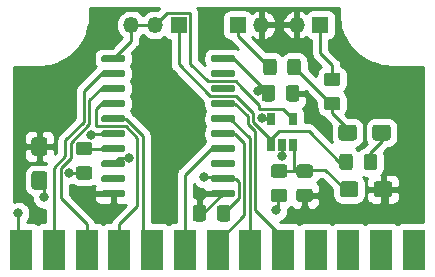
<source format=gbr>
%TF.GenerationSoftware,KiCad,Pcbnew,(5.1.6)-1*%
%TF.CreationDate,2020-07-29T08:32:23+01:00*%
%TF.ProjectId,open-amiga-sampler-smd,6f70656e-2d61-46d6-9967-612d73616d70,rev?*%
%TF.SameCoordinates,Original*%
%TF.FileFunction,Copper,L1,Top*%
%TF.FilePolarity,Positive*%
%FSLAX46Y46*%
G04 Gerber Fmt 4.6, Leading zero omitted, Abs format (unit mm)*
G04 Created by KiCad (PCBNEW (5.1.6)-1) date 2020-07-29 08:32:23*
%MOMM*%
%LPD*%
G01*
G04 APERTURE LIST*
%TA.AperFunction,ComponentPad*%
%ADD10O,1.350000X1.350000*%
%TD*%
%TA.AperFunction,ComponentPad*%
%ADD11R,1.350000X1.350000*%
%TD*%
%TA.AperFunction,SMDPad,CuDef*%
%ADD12R,1.846667X3.480000*%
%TD*%
%TA.AperFunction,SMDPad,CuDef*%
%ADD13R,0.650000X1.060000*%
%TD*%
%TA.AperFunction,ViaPad*%
%ADD14C,0.800000*%
%TD*%
%TA.AperFunction,Conductor*%
%ADD15C,0.250000*%
%TD*%
%TA.AperFunction,Conductor*%
%ADD16C,0.254000*%
%TD*%
G04 APERTURE END LIST*
D10*
%TO.P,RV1,3*%
%TO.N,Vo*%
X91000000Y-131000000D03*
%TO.P,RV1,2*%
X93000000Y-131000000D03*
D11*
%TO.P,RV1,1*%
%TO.N,Net-(R4-Pad1)*%
X95000000Y-131000000D03*
%TD*%
D10*
%TO.P,J2,2*%
%TO.N,GND*%
X102000000Y-131000000D03*
D11*
%TO.P,J2,1*%
%TO.N,Net-(J2-Pad1)*%
X100000000Y-131000000D03*
%TD*%
D10*
%TO.P,J1,2*%
%TO.N,GND*%
X105010200Y-130987800D03*
D11*
%TO.P,J1,1*%
%TO.N,Net-(J1-Pad1)*%
X107010200Y-130987800D03*
%TD*%
%TO.P,C1,2*%
%TO.N,Net-(C1-Pad2)*%
%TA.AperFunction,SMDPad,CuDef*%
G36*
G01*
X111394000Y-140531401D02*
X111394000Y-139681399D01*
G75*
G02*
X111643999Y-139431400I249999J0D01*
G01*
X112719001Y-139431400D01*
G75*
G02*
X112969000Y-139681399I0J-249999D01*
G01*
X112969000Y-140531401D01*
G75*
G02*
X112719001Y-140781400I-249999J0D01*
G01*
X111643999Y-140781400D01*
G75*
G02*
X111394000Y-140531401I0J249999D01*
G01*
G37*
%TD.AperFunction*%
%TO.P,C1,1*%
%TO.N,MONO_AUDIO*%
%TA.AperFunction,SMDPad,CuDef*%
G36*
G01*
X108519000Y-140531401D02*
X108519000Y-139681399D01*
G75*
G02*
X108768999Y-139431400I249999J0D01*
G01*
X109844001Y-139431400D01*
G75*
G02*
X110094000Y-139681399I0J-249999D01*
G01*
X110094000Y-140531401D01*
G75*
G02*
X109844001Y-140781400I-249999J0D01*
G01*
X108768999Y-140781400D01*
G75*
G02*
X108519000Y-140531401I0J249999D01*
G01*
G37*
%TD.AperFunction*%
%TD*%
%TO.P,C2,2*%
%TO.N,GND*%
%TA.AperFunction,SMDPad,CuDef*%
G36*
G01*
X111521000Y-145332001D02*
X111521000Y-144481999D01*
G75*
G02*
X111770999Y-144232000I249999J0D01*
G01*
X112846001Y-144232000D01*
G75*
G02*
X113096000Y-144481999I0J-249999D01*
G01*
X113096000Y-145332001D01*
G75*
G02*
X112846001Y-145582000I-249999J0D01*
G01*
X111770999Y-145582000D01*
G75*
G02*
X111521000Y-145332001I0J249999D01*
G01*
G37*
%TD.AperFunction*%
%TO.P,C2,1*%
%TO.N,Net-(C2-Pad1)*%
%TA.AperFunction,SMDPad,CuDef*%
G36*
G01*
X108646000Y-145332001D02*
X108646000Y-144481999D01*
G75*
G02*
X108895999Y-144232000I249999J0D01*
G01*
X109971001Y-144232000D01*
G75*
G02*
X110221000Y-144481999I0J-249999D01*
G01*
X110221000Y-145332001D01*
G75*
G02*
X109971001Y-145582000I-249999J0D01*
G01*
X108895999Y-145582000D01*
G75*
G02*
X108646000Y-145332001I0J249999D01*
G01*
G37*
%TD.AperFunction*%
%TD*%
%TO.P,C4,2*%
%TO.N,GND*%
%TA.AperFunction,SMDPad,CuDef*%
G36*
G01*
X83635401Y-142072600D02*
X82785399Y-142072600D01*
G75*
G02*
X82535400Y-141822601I0J249999D01*
G01*
X82535400Y-140747599D01*
G75*
G02*
X82785399Y-140497600I249999J0D01*
G01*
X83635401Y-140497600D01*
G75*
G02*
X83885400Y-140747599I0J-249999D01*
G01*
X83885400Y-141822601D01*
G75*
G02*
X83635401Y-142072600I-249999J0D01*
G01*
G37*
%TD.AperFunction*%
%TO.P,C4,1*%
%TO.N,VCC*%
%TA.AperFunction,SMDPad,CuDef*%
G36*
G01*
X83635401Y-144947600D02*
X82785399Y-144947600D01*
G75*
G02*
X82535400Y-144697601I0J249999D01*
G01*
X82535400Y-143622599D01*
G75*
G02*
X82785399Y-143372600I249999J0D01*
G01*
X83635401Y-143372600D01*
G75*
G02*
X83885400Y-143622599I0J-249999D01*
G01*
X83885400Y-144697601D01*
G75*
G02*
X83635401Y-144947600I-249999J0D01*
G01*
G37*
%TD.AperFunction*%
%TD*%
%TO.P,C3,2*%
%TO.N,GND*%
%TA.AperFunction,SMDPad,CuDef*%
G36*
G01*
X97340000Y-146488999D02*
X97340000Y-147389001D01*
G75*
G02*
X97090001Y-147639000I-249999J0D01*
G01*
X96439999Y-147639000D01*
G75*
G02*
X96190000Y-147389001I0J249999D01*
G01*
X96190000Y-146488999D01*
G75*
G02*
X96439999Y-146239000I249999J0D01*
G01*
X97090001Y-146239000D01*
G75*
G02*
X97340000Y-146488999I0J-249999D01*
G01*
G37*
%TD.AperFunction*%
%TO.P,C3,1*%
%TO.N,VCC*%
%TA.AperFunction,SMDPad,CuDef*%
G36*
G01*
X99390000Y-146488999D02*
X99390000Y-147389001D01*
G75*
G02*
X99140001Y-147639000I-249999J0D01*
G01*
X98489999Y-147639000D01*
G75*
G02*
X98240000Y-147389001I0J249999D01*
G01*
X98240000Y-146488999D01*
G75*
G02*
X98489999Y-146239000I249999J0D01*
G01*
X99140001Y-146239000D01*
G75*
G02*
X99390000Y-146488999I0J-249999D01*
G01*
G37*
%TD.AperFunction*%
%TD*%
%TO.P,C5,1*%
%TO.N,VCC*%
%TA.AperFunction,SMDPad,CuDef*%
G36*
G01*
X102032000Y-137229001D02*
X102032000Y-136328999D01*
G75*
G02*
X102281999Y-136079000I249999J0D01*
G01*
X102932001Y-136079000D01*
G75*
G02*
X103182000Y-136328999I0J-249999D01*
G01*
X103182000Y-137229001D01*
G75*
G02*
X102932001Y-137479000I-249999J0D01*
G01*
X102281999Y-137479000D01*
G75*
G02*
X102032000Y-137229001I0J249999D01*
G01*
G37*
%TD.AperFunction*%
%TO.P,C5,2*%
%TO.N,GND*%
%TA.AperFunction,SMDPad,CuDef*%
G36*
G01*
X104082000Y-137229001D02*
X104082000Y-136328999D01*
G75*
G02*
X104331999Y-136079000I249999J0D01*
G01*
X104982001Y-136079000D01*
G75*
G02*
X105232000Y-136328999I0J-249999D01*
G01*
X105232000Y-137229001D01*
G75*
G02*
X104982001Y-137479000I-249999J0D01*
G01*
X104331999Y-137479000D01*
G75*
G02*
X104082000Y-137229001I0J249999D01*
G01*
G37*
%TD.AperFunction*%
%TD*%
D12*
%TO.P,J3,1*%
%TO.N,STROBE*%
X81678000Y-150037800D03*
%TO.P,J3,2*%
%TO.N,D0*%
X84448000Y-150037800D03*
%TO.P,J3,3*%
%TO.N,D1*%
X87218000Y-150037800D03*
%TO.P,J3,4*%
%TO.N,D2*%
X89988000Y-150037800D03*
%TO.P,J3,5*%
%TO.N,D3*%
X92758000Y-150037800D03*
%TO.P,J3,6*%
%TO.N,D4*%
X95528000Y-150037800D03*
%TO.P,J3,7*%
%TO.N,D5*%
X98298000Y-150037800D03*
%TO.P,J3,8*%
%TO.N,D6*%
X101068000Y-150037800D03*
%TO.P,J3,9*%
%TO.N,D7*%
X103838000Y-150037800D03*
%TO.P,J3,10*%
%TO.N,Net-(J3-Pad10)*%
X106608000Y-150037800D03*
%TO.P,J3,11*%
%TO.N,Net-(J3-Pad11)*%
X109378000Y-150037800D03*
%TO.P,J3,12*%
%TO.N,Net-(J3-Pad12)*%
X112148000Y-150037800D03*
%TO.P,J3,13*%
%TO.N,Net-(J3-Pad13)*%
X114918000Y-150037800D03*
%TD*%
%TO.P,R1,2*%
%TO.N,Net-(J1-Pad1)*%
%TA.AperFunction,SMDPad,CuDef*%
G36*
G01*
X108450801Y-136176600D02*
X107550799Y-136176600D01*
G75*
G02*
X107300800Y-135926601I0J249999D01*
G01*
X107300800Y-135276599D01*
G75*
G02*
X107550799Y-135026600I249999J0D01*
G01*
X108450801Y-135026600D01*
G75*
G02*
X108700800Y-135276599I0J-249999D01*
G01*
X108700800Y-135926601D01*
G75*
G02*
X108450801Y-136176600I-249999J0D01*
G01*
G37*
%TD.AperFunction*%
%TO.P,R1,1*%
%TO.N,MONO_AUDIO*%
%TA.AperFunction,SMDPad,CuDef*%
G36*
G01*
X108450801Y-138226600D02*
X107550799Y-138226600D01*
G75*
G02*
X107300800Y-137976601I0J249999D01*
G01*
X107300800Y-137326599D01*
G75*
G02*
X107550799Y-137076600I249999J0D01*
G01*
X108450801Y-137076600D01*
G75*
G02*
X108700800Y-137326599I0J-249999D01*
G01*
X108700800Y-137976601D01*
G75*
G02*
X108450801Y-138226600I-249999J0D01*
G01*
G37*
%TD.AperFunction*%
%TD*%
%TO.P,R2,1*%
%TO.N,MONO_AUDIO*%
%TA.AperFunction,SMDPad,CuDef*%
G36*
G01*
X105359000Y-134106499D02*
X105359000Y-135006501D01*
G75*
G02*
X105109001Y-135256500I-249999J0D01*
G01*
X104458999Y-135256500D01*
G75*
G02*
X104209000Y-135006501I0J249999D01*
G01*
X104209000Y-134106499D01*
G75*
G02*
X104458999Y-133856500I249999J0D01*
G01*
X105109001Y-133856500D01*
G75*
G02*
X105359000Y-134106499I0J-249999D01*
G01*
G37*
%TD.AperFunction*%
%TO.P,R2,2*%
%TO.N,Net-(J2-Pad1)*%
%TA.AperFunction,SMDPad,CuDef*%
G36*
G01*
X103309000Y-134106499D02*
X103309000Y-135006501D01*
G75*
G02*
X103059001Y-135256500I-249999J0D01*
G01*
X102408999Y-135256500D01*
G75*
G02*
X102159000Y-135006501I0J249999D01*
G01*
X102159000Y-134106499D01*
G75*
G02*
X102408999Y-133856500I249999J0D01*
G01*
X103059001Y-133856500D01*
G75*
G02*
X103309000Y-134106499I0J-249999D01*
G01*
G37*
%TD.AperFunction*%
%TD*%
%TO.P,R3,2*%
%TO.N,VCC*%
%TA.AperFunction,SMDPad,CuDef*%
G36*
G01*
X86544999Y-142944000D02*
X87445001Y-142944000D01*
G75*
G02*
X87695000Y-143193999I0J-249999D01*
G01*
X87695000Y-143844001D01*
G75*
G02*
X87445001Y-144094000I-249999J0D01*
G01*
X86544999Y-144094000D01*
G75*
G02*
X86295000Y-143844001I0J249999D01*
G01*
X86295000Y-143193999D01*
G75*
G02*
X86544999Y-142944000I249999J0D01*
G01*
G37*
%TD.AperFunction*%
%TO.P,R3,1*%
%TO.N,Net-(R3-Pad1)*%
%TA.AperFunction,SMDPad,CuDef*%
G36*
G01*
X86544999Y-140894000D02*
X87445001Y-140894000D01*
G75*
G02*
X87695000Y-141143999I0J-249999D01*
G01*
X87695000Y-141794001D01*
G75*
G02*
X87445001Y-142044000I-249999J0D01*
G01*
X86544999Y-142044000D01*
G75*
G02*
X86295000Y-141794001I0J249999D01*
G01*
X86295000Y-141143999D01*
G75*
G02*
X86544999Y-140894000I249999J0D01*
G01*
G37*
%TD.AperFunction*%
%TD*%
%TO.P,R4,1*%
%TO.N,Net-(R4-Pad1)*%
%TA.AperFunction,SMDPad,CuDef*%
G36*
G01*
X108610600Y-143045601D02*
X108610600Y-142145599D01*
G75*
G02*
X108860599Y-141895600I249999J0D01*
G01*
X109510601Y-141895600D01*
G75*
G02*
X109760600Y-142145599I0J-249999D01*
G01*
X109760600Y-143045601D01*
G75*
G02*
X109510601Y-143295600I-249999J0D01*
G01*
X108860599Y-143295600D01*
G75*
G02*
X108610600Y-143045601I0J249999D01*
G01*
G37*
%TD.AperFunction*%
%TO.P,R4,2*%
%TO.N,Net-(C1-Pad2)*%
%TA.AperFunction,SMDPad,CuDef*%
G36*
G01*
X110660600Y-143045601D02*
X110660600Y-142145599D01*
G75*
G02*
X110910599Y-141895600I249999J0D01*
G01*
X111560601Y-141895600D01*
G75*
G02*
X111810600Y-142145599I0J-249999D01*
G01*
X111810600Y-143045601D01*
G75*
G02*
X111560601Y-143295600I-249999J0D01*
G01*
X110910599Y-143295600D01*
G75*
G02*
X110660600Y-143045601I0J249999D01*
G01*
G37*
%TD.AperFunction*%
%TD*%
%TO.P,R5,2*%
%TO.N,VCC*%
%TA.AperFunction,SMDPad,CuDef*%
G36*
G01*
X103054999Y-144849000D02*
X103955001Y-144849000D01*
G75*
G02*
X104205000Y-145098999I0J-249999D01*
G01*
X104205000Y-145749001D01*
G75*
G02*
X103955001Y-145999000I-249999J0D01*
G01*
X103054999Y-145999000D01*
G75*
G02*
X102805000Y-145749001I0J249999D01*
G01*
X102805000Y-145098999D01*
G75*
G02*
X103054999Y-144849000I249999J0D01*
G01*
G37*
%TD.AperFunction*%
%TO.P,R5,1*%
%TO.N,Net-(C2-Pad1)*%
%TA.AperFunction,SMDPad,CuDef*%
G36*
G01*
X103054999Y-142799000D02*
X103955001Y-142799000D01*
G75*
G02*
X104205000Y-143048999I0J-249999D01*
G01*
X104205000Y-143699001D01*
G75*
G02*
X103955001Y-143949000I-249999J0D01*
G01*
X103054999Y-143949000D01*
G75*
G02*
X102805000Y-143699001I0J249999D01*
G01*
X102805000Y-143048999D01*
G75*
G02*
X103054999Y-142799000I249999J0D01*
G01*
G37*
%TD.AperFunction*%
%TD*%
%TO.P,R6,1*%
%TO.N,GND*%
%TA.AperFunction,SMDPad,CuDef*%
G36*
G01*
X106114001Y-145999000D02*
X105213999Y-145999000D01*
G75*
G02*
X104964000Y-145749001I0J249999D01*
G01*
X104964000Y-145098999D01*
G75*
G02*
X105213999Y-144849000I249999J0D01*
G01*
X106114001Y-144849000D01*
G75*
G02*
X106364000Y-145098999I0J-249999D01*
G01*
X106364000Y-145749001D01*
G75*
G02*
X106114001Y-145999000I-249999J0D01*
G01*
G37*
%TD.AperFunction*%
%TO.P,R6,2*%
%TO.N,Net-(C2-Pad1)*%
%TA.AperFunction,SMDPad,CuDef*%
G36*
G01*
X106114001Y-143949000D02*
X105213999Y-143949000D01*
G75*
G02*
X104964000Y-143699001I0J249999D01*
G01*
X104964000Y-143048999D01*
G75*
G02*
X105213999Y-142799000I249999J0D01*
G01*
X106114001Y-142799000D01*
G75*
G02*
X106364000Y-143048999I0J-249999D01*
G01*
X106364000Y-143699001D01*
G75*
G02*
X106114001Y-143949000I-249999J0D01*
G01*
G37*
%TD.AperFunction*%
%TD*%
%TO.P,U1,1*%
%TO.N,Vo*%
%TA.AperFunction,SMDPad,CuDef*%
G36*
G01*
X88432000Y-134008000D02*
X88432000Y-133708000D01*
G75*
G02*
X88582000Y-133558000I150000J0D01*
G01*
X90332000Y-133558000D01*
G75*
G02*
X90482000Y-133708000I0J-150000D01*
G01*
X90482000Y-134008000D01*
G75*
G02*
X90332000Y-134158000I-150000J0D01*
G01*
X88582000Y-134158000D01*
G75*
G02*
X88432000Y-134008000I0J150000D01*
G01*
G37*
%TD.AperFunction*%
%TO.P,U1,2*%
%TO.N,D0*%
%TA.AperFunction,SMDPad,CuDef*%
G36*
G01*
X88432000Y-135278000D02*
X88432000Y-134978000D01*
G75*
G02*
X88582000Y-134828000I150000J0D01*
G01*
X90332000Y-134828000D01*
G75*
G02*
X90482000Y-134978000I0J-150000D01*
G01*
X90482000Y-135278000D01*
G75*
G02*
X90332000Y-135428000I-150000J0D01*
G01*
X88582000Y-135428000D01*
G75*
G02*
X88432000Y-135278000I0J150000D01*
G01*
G37*
%TD.AperFunction*%
%TO.P,U1,3*%
%TO.N,D1*%
%TA.AperFunction,SMDPad,CuDef*%
G36*
G01*
X88432000Y-136548000D02*
X88432000Y-136248000D01*
G75*
G02*
X88582000Y-136098000I150000J0D01*
G01*
X90332000Y-136098000D01*
G75*
G02*
X90482000Y-136248000I0J-150000D01*
G01*
X90482000Y-136548000D01*
G75*
G02*
X90332000Y-136698000I-150000J0D01*
G01*
X88582000Y-136698000D01*
G75*
G02*
X88432000Y-136548000I0J150000D01*
G01*
G37*
%TD.AperFunction*%
%TO.P,U1,4*%
%TO.N,D2*%
%TA.AperFunction,SMDPad,CuDef*%
G36*
G01*
X88432000Y-137818000D02*
X88432000Y-137518000D01*
G75*
G02*
X88582000Y-137368000I150000J0D01*
G01*
X90332000Y-137368000D01*
G75*
G02*
X90482000Y-137518000I0J-150000D01*
G01*
X90482000Y-137818000D01*
G75*
G02*
X90332000Y-137968000I-150000J0D01*
G01*
X88582000Y-137968000D01*
G75*
G02*
X88432000Y-137818000I0J150000D01*
G01*
G37*
%TD.AperFunction*%
%TO.P,U1,5*%
%TO.N,D3*%
%TA.AperFunction,SMDPad,CuDef*%
G36*
G01*
X88432000Y-139088000D02*
X88432000Y-138788000D01*
G75*
G02*
X88582000Y-138638000I150000J0D01*
G01*
X90332000Y-138638000D01*
G75*
G02*
X90482000Y-138788000I0J-150000D01*
G01*
X90482000Y-139088000D01*
G75*
G02*
X90332000Y-139238000I-150000J0D01*
G01*
X88582000Y-139238000D01*
G75*
G02*
X88432000Y-139088000I0J150000D01*
G01*
G37*
%TD.AperFunction*%
%TO.P,U1,6*%
%TO.N,STROBE*%
%TA.AperFunction,SMDPad,CuDef*%
G36*
G01*
X88432000Y-140358000D02*
X88432000Y-140058000D01*
G75*
G02*
X88582000Y-139908000I150000J0D01*
G01*
X90332000Y-139908000D01*
G75*
G02*
X90482000Y-140058000I0J-150000D01*
G01*
X90482000Y-140358000D01*
G75*
G02*
X90332000Y-140508000I-150000J0D01*
G01*
X88582000Y-140508000D01*
G75*
G02*
X88432000Y-140358000I0J150000D01*
G01*
G37*
%TD.AperFunction*%
%TO.P,U1,7*%
%TO.N,Net-(R3-Pad1)*%
%TA.AperFunction,SMDPad,CuDef*%
G36*
G01*
X88432000Y-141628000D02*
X88432000Y-141328000D01*
G75*
G02*
X88582000Y-141178000I150000J0D01*
G01*
X90332000Y-141178000D01*
G75*
G02*
X90482000Y-141328000I0J-150000D01*
G01*
X90482000Y-141628000D01*
G75*
G02*
X90332000Y-141778000I-150000J0D01*
G01*
X88582000Y-141778000D01*
G75*
G02*
X88432000Y-141628000I0J150000D01*
G01*
G37*
%TD.AperFunction*%
%TO.P,U1,8*%
%TO.N,GND*%
%TA.AperFunction,SMDPad,CuDef*%
G36*
G01*
X88432000Y-142898000D02*
X88432000Y-142598000D01*
G75*
G02*
X88582000Y-142448000I150000J0D01*
G01*
X90332000Y-142448000D01*
G75*
G02*
X90482000Y-142598000I0J-150000D01*
G01*
X90482000Y-142898000D01*
G75*
G02*
X90332000Y-143048000I-150000J0D01*
G01*
X88582000Y-143048000D01*
G75*
G02*
X88432000Y-142898000I0J150000D01*
G01*
G37*
%TD.AperFunction*%
%TO.P,U1,9*%
%TO.N,Net-(U1-Pad9)*%
%TA.AperFunction,SMDPad,CuDef*%
G36*
G01*
X88432000Y-144168000D02*
X88432000Y-143868000D01*
G75*
G02*
X88582000Y-143718000I150000J0D01*
G01*
X90332000Y-143718000D01*
G75*
G02*
X90482000Y-143868000I0J-150000D01*
G01*
X90482000Y-144168000D01*
G75*
G02*
X90332000Y-144318000I-150000J0D01*
G01*
X88582000Y-144318000D01*
G75*
G02*
X88432000Y-144168000I0J150000D01*
G01*
G37*
%TD.AperFunction*%
%TO.P,U1,10*%
%TO.N,GND*%
%TA.AperFunction,SMDPad,CuDef*%
G36*
G01*
X88432000Y-145438000D02*
X88432000Y-145138000D01*
G75*
G02*
X88582000Y-144988000I150000J0D01*
G01*
X90332000Y-144988000D01*
G75*
G02*
X90482000Y-145138000I0J-150000D01*
G01*
X90482000Y-145438000D01*
G75*
G02*
X90332000Y-145588000I-150000J0D01*
G01*
X88582000Y-145588000D01*
G75*
G02*
X88432000Y-145438000I0J150000D01*
G01*
G37*
%TD.AperFunction*%
%TO.P,U1,11*%
%TA.AperFunction,SMDPad,CuDef*%
G36*
G01*
X97732000Y-145438000D02*
X97732000Y-145138000D01*
G75*
G02*
X97882000Y-144988000I150000J0D01*
G01*
X99632000Y-144988000D01*
G75*
G02*
X99782000Y-145138000I0J-150000D01*
G01*
X99782000Y-145438000D01*
G75*
G02*
X99632000Y-145588000I-150000J0D01*
G01*
X97882000Y-145588000D01*
G75*
G02*
X97732000Y-145438000I0J150000D01*
G01*
G37*
%TD.AperFunction*%
%TO.P,U1,12*%
%TO.N,VCC*%
%TA.AperFunction,SMDPad,CuDef*%
G36*
G01*
X97732000Y-144168000D02*
X97732000Y-143868000D01*
G75*
G02*
X97882000Y-143718000I150000J0D01*
G01*
X99632000Y-143718000D01*
G75*
G02*
X99782000Y-143868000I0J-150000D01*
G01*
X99782000Y-144168000D01*
G75*
G02*
X99632000Y-144318000I-150000J0D01*
G01*
X97882000Y-144318000D01*
G75*
G02*
X97732000Y-144168000I0J150000D01*
G01*
G37*
%TD.AperFunction*%
%TO.P,U1,13*%
%TO.N,GND*%
%TA.AperFunction,SMDPad,CuDef*%
G36*
G01*
X97732000Y-142898000D02*
X97732000Y-142598000D01*
G75*
G02*
X97882000Y-142448000I150000J0D01*
G01*
X99632000Y-142448000D01*
G75*
G02*
X99782000Y-142598000I0J-150000D01*
G01*
X99782000Y-142898000D01*
G75*
G02*
X99632000Y-143048000I-150000J0D01*
G01*
X97882000Y-143048000D01*
G75*
G02*
X97732000Y-142898000I0J150000D01*
G01*
G37*
%TD.AperFunction*%
%TO.P,U1,14*%
%TO.N,D4*%
%TA.AperFunction,SMDPad,CuDef*%
G36*
G01*
X97732000Y-141628000D02*
X97732000Y-141328000D01*
G75*
G02*
X97882000Y-141178000I150000J0D01*
G01*
X99632000Y-141178000D01*
G75*
G02*
X99782000Y-141328000I0J-150000D01*
G01*
X99782000Y-141628000D01*
G75*
G02*
X99632000Y-141778000I-150000J0D01*
G01*
X97882000Y-141778000D01*
G75*
G02*
X97732000Y-141628000I0J150000D01*
G01*
G37*
%TD.AperFunction*%
%TO.P,U1,15*%
%TO.N,D5*%
%TA.AperFunction,SMDPad,CuDef*%
G36*
G01*
X97732000Y-140358000D02*
X97732000Y-140058000D01*
G75*
G02*
X97882000Y-139908000I150000J0D01*
G01*
X99632000Y-139908000D01*
G75*
G02*
X99782000Y-140058000I0J-150000D01*
G01*
X99782000Y-140358000D01*
G75*
G02*
X99632000Y-140508000I-150000J0D01*
G01*
X97882000Y-140508000D01*
G75*
G02*
X97732000Y-140358000I0J150000D01*
G01*
G37*
%TD.AperFunction*%
%TO.P,U1,16*%
%TO.N,D6*%
%TA.AperFunction,SMDPad,CuDef*%
G36*
G01*
X97732000Y-139088000D02*
X97732000Y-138788000D01*
G75*
G02*
X97882000Y-138638000I150000J0D01*
G01*
X99632000Y-138638000D01*
G75*
G02*
X99782000Y-138788000I0J-150000D01*
G01*
X99782000Y-139088000D01*
G75*
G02*
X99632000Y-139238000I-150000J0D01*
G01*
X97882000Y-139238000D01*
G75*
G02*
X97732000Y-139088000I0J150000D01*
G01*
G37*
%TD.AperFunction*%
%TO.P,U1,17*%
%TO.N,D7*%
%TA.AperFunction,SMDPad,CuDef*%
G36*
G01*
X97732000Y-137818000D02*
X97732000Y-137518000D01*
G75*
G02*
X97882000Y-137368000I150000J0D01*
G01*
X99632000Y-137368000D01*
G75*
G02*
X99782000Y-137518000I0J-150000D01*
G01*
X99782000Y-137818000D01*
G75*
G02*
X99632000Y-137968000I-150000J0D01*
G01*
X97882000Y-137968000D01*
G75*
G02*
X97732000Y-137818000I0J150000D01*
G01*
G37*
%TD.AperFunction*%
%TO.P,U1,18*%
%TO.N,Net-(U1-Pad18)*%
%TA.AperFunction,SMDPad,CuDef*%
G36*
G01*
X97732000Y-136548000D02*
X97732000Y-136248000D01*
G75*
G02*
X97882000Y-136098000I150000J0D01*
G01*
X99632000Y-136098000D01*
G75*
G02*
X99782000Y-136248000I0J-150000D01*
G01*
X99782000Y-136548000D01*
G75*
G02*
X99632000Y-136698000I-150000J0D01*
G01*
X97882000Y-136698000D01*
G75*
G02*
X97732000Y-136548000I0J150000D01*
G01*
G37*
%TD.AperFunction*%
%TO.P,U1,19*%
%TO.N,N/C*%
%TA.AperFunction,SMDPad,CuDef*%
G36*
G01*
X97732000Y-135278000D02*
X97732000Y-134978000D01*
G75*
G02*
X97882000Y-134828000I150000J0D01*
G01*
X99632000Y-134828000D01*
G75*
G02*
X99782000Y-134978000I0J-150000D01*
G01*
X99782000Y-135278000D01*
G75*
G02*
X99632000Y-135428000I-150000J0D01*
G01*
X97882000Y-135428000D01*
G75*
G02*
X97732000Y-135278000I0J150000D01*
G01*
G37*
%TD.AperFunction*%
%TO.P,U1,20*%
%TO.N,VCC*%
%TA.AperFunction,SMDPad,CuDef*%
G36*
G01*
X97732000Y-134008000D02*
X97732000Y-133708000D01*
G75*
G02*
X97882000Y-133558000I150000J0D01*
G01*
X99632000Y-133558000D01*
G75*
G02*
X99782000Y-133708000I0J-150000D01*
G01*
X99782000Y-134008000D01*
G75*
G02*
X99632000Y-134158000I-150000J0D01*
G01*
X97882000Y-134158000D01*
G75*
G02*
X97732000Y-134008000I0J150000D01*
G01*
G37*
%TD.AperFunction*%
%TD*%
D13*
%TO.P,U2,1*%
%TO.N,Net-(R4-Pad1)*%
X102809000Y-141181000D03*
%TO.P,U2,2*%
%TO.N,GND*%
X103759000Y-141181000D03*
%TO.P,U2,3*%
%TO.N,Net-(C2-Pad1)*%
X104709000Y-141181000D03*
%TO.P,U2,4*%
%TO.N,Vo*%
X104709000Y-138981000D03*
%TO.P,U2,5*%
%TO.N,VCC*%
X102809000Y-138981000D03*
%TD*%
D14*
%TO.N,GND*%
X96774000Y-145415000D03*
X92964000Y-136271000D03*
X96266000Y-137287000D03*
X95377000Y-139827000D03*
X92710000Y-138811000D03*
X94234000Y-145415000D03*
X103759000Y-142113000D03*
X106235500Y-137477500D03*
X90772979Y-142240000D03*
X105664000Y-146558000D03*
X112331500Y-146812000D03*
X110896400Y-135801100D03*
X111074200Y-137807700D03*
X114465100Y-138163300D03*
X114617500Y-142201900D03*
X114795300Y-146291300D03*
X104089200Y-132715000D03*
X97891600Y-130505200D03*
X97828100Y-132359400D03*
X85585300Y-138417300D03*
X82321400Y-138341100D03*
X82321400Y-135547100D03*
X85940900Y-135293100D03*
X88519000Y-131724400D03*
%TO.N,VCC*%
X85734000Y-143519000D03*
X97155000Y-143891000D03*
X103251000Y-146685000D03*
X101727000Y-136588500D03*
X83616800Y-145592800D03*
X102028788Y-138851009D03*
%TO.N,STROBE*%
X81407000Y-146939000D03*
X87607242Y-140306399D03*
%TD*%
D15*
%TO.N,MONO_AUDIO*%
X106286000Y-136058500D02*
X104784000Y-134556500D01*
X107879100Y-137651600D02*
X106286000Y-136058500D01*
X108000800Y-137651600D02*
X107879100Y-137651600D01*
X109306500Y-140106400D02*
X109306500Y-139799200D01*
X108000800Y-138493500D02*
X108000800Y-137651600D01*
X109306500Y-139799200D02*
X108000800Y-138493500D01*
%TO.N,Net-(C1-Pad2)*%
X111235600Y-142595600D02*
X111235600Y-141799200D01*
X112181500Y-140853300D02*
X112181500Y-140106400D01*
X111235600Y-141799200D02*
X112181500Y-140853300D01*
%TO.N,Net-(C2-Pad1)*%
X105791000Y-143247000D02*
X105664000Y-143374000D01*
X104775000Y-143365000D02*
X104766000Y-143374000D01*
X104775000Y-141224000D02*
X104775000Y-143365000D01*
X105664000Y-143374000D02*
X104766000Y-143374000D01*
X104766000Y-143374000D02*
X103505000Y-143374000D01*
X109071000Y-144907000D02*
X107420000Y-143256000D01*
X105782000Y-143256000D02*
X105664000Y-143374000D01*
X107420000Y-143256000D02*
X105782000Y-143256000D01*
%TO.N,GND*%
X105664000Y-145424000D02*
X105664000Y-146558000D01*
X97106000Y-146939000D02*
X96765000Y-146939000D01*
X98757000Y-145288000D02*
X97106000Y-146939000D01*
X96765000Y-146939000D02*
X96765000Y-145678000D01*
X96765000Y-145678000D02*
X96774000Y-145669000D01*
X96774000Y-145669000D02*
X96774000Y-145415000D01*
X96901000Y-145288000D02*
X96774000Y-145415000D01*
X98757000Y-145288000D02*
X96901000Y-145288000D01*
X103759000Y-141181000D02*
X103759000Y-142113000D01*
X89965000Y-142240000D02*
X90772979Y-142240000D01*
X89457000Y-142748000D02*
X89965000Y-142240000D01*
X105664000Y-146558000D02*
X105664000Y-146558000D01*
X112671000Y-144907000D02*
X112671000Y-146472500D01*
X112671000Y-146472500D02*
X112331500Y-146812000D01*
%TO.N,VCC*%
X99822000Y-144018000D02*
X98757000Y-144018000D01*
X86995000Y-143519000D02*
X85734000Y-143519000D01*
X98630000Y-143891000D02*
X98757000Y-144018000D01*
X97155000Y-143891000D02*
X98630000Y-143891000D01*
X103378000Y-145551000D02*
X103505000Y-145424000D01*
X103378000Y-146431000D02*
X103378000Y-145551000D01*
X100107010Y-144303010D02*
X99822000Y-144018000D01*
X100107010Y-145646990D02*
X100107010Y-144303010D01*
X98815000Y-146939000D02*
X100107010Y-145646990D01*
X103378000Y-146431000D02*
X103378000Y-146558000D01*
X103378000Y-146558000D02*
X103251000Y-146685000D01*
X99695000Y-133858000D02*
X98757000Y-133858000D01*
X100457000Y-134620000D02*
X99695000Y-133858000D01*
X102809000Y-138981000D02*
X102665510Y-138837510D01*
X102416500Y-136588500D02*
X102607000Y-136779000D01*
X101727000Y-136588500D02*
X102416500Y-136588500D01*
X102607000Y-136770000D02*
X100457000Y-134620000D01*
X102607000Y-136779000D02*
X102607000Y-136770000D01*
X83616800Y-144195800D02*
X83616800Y-145592800D01*
X83248500Y-143827500D02*
X83616800Y-144195800D01*
X102809000Y-138981000D02*
X102158779Y-138981000D01*
X102158779Y-138981000D02*
X102028788Y-138851009D01*
%TO.N,Net-(J1-Pad1)*%
X108000000Y-135600800D02*
X108000800Y-135601600D01*
X108000800Y-135601600D02*
X108000800Y-134404100D01*
X107010200Y-133413500D02*
X107010200Y-130987800D01*
X108000800Y-134404100D02*
X107010200Y-133413500D01*
%TO.N,Net-(J2-Pad1)*%
X100000000Y-131925000D02*
X102631500Y-134556500D01*
X102631500Y-134556500D02*
X102734000Y-134556500D01*
X100000000Y-131000000D02*
X100000000Y-131925000D01*
%TO.N,STROBE*%
X81407000Y-149589000D02*
X81678000Y-149860000D01*
X81407000Y-146939000D02*
X81407000Y-149589000D01*
X89457000Y-140208000D02*
X87705641Y-140208000D01*
X87705641Y-140208000D02*
X87607242Y-140306399D01*
%TO.N,D0*%
X84448000Y-143073910D02*
X85413009Y-142108901D01*
X88432000Y-135128000D02*
X89457000Y-135128000D01*
X87000509Y-136559491D02*
X88432000Y-135128000D01*
X84448000Y-149860000D02*
X84448000Y-143073910D01*
X87000509Y-139187901D02*
X87000509Y-136559491D01*
X85413009Y-142108901D02*
X85413009Y-140775401D01*
X85413009Y-140775401D02*
X87000509Y-139187901D01*
%TO.N,D1*%
X88432000Y-136398000D02*
X87450520Y-137379480D01*
X85008999Y-145660999D02*
X87218000Y-147870000D01*
X85863020Y-140961801D02*
X85863020Y-142295301D01*
X87218000Y-147870000D02*
X87218000Y-149860000D01*
X87450520Y-139374301D02*
X85863020Y-140961801D01*
X85863020Y-142295301D02*
X85008999Y-143149322D01*
X85008999Y-143149322D02*
X85008999Y-145660999D01*
X87450520Y-137379480D02*
X87450520Y-139374301D01*
X89457000Y-136398000D02*
X88432000Y-136398000D01*
%TO.N,D2*%
X90528758Y-139582990D02*
X91497989Y-140552221D01*
X88020990Y-138079010D02*
X88020990Y-139582990D01*
X89988000Y-147870000D02*
X89988000Y-149860000D01*
X88020990Y-139582990D02*
X90528758Y-139582990D01*
X91497989Y-140552221D02*
X91497989Y-146360011D01*
X91497989Y-146360011D02*
X89988000Y-147870000D01*
X88432000Y-137668000D02*
X88020990Y-138079010D01*
X89457000Y-137668000D02*
X88432000Y-137668000D01*
%TO.N,D3*%
X91948000Y-140365821D02*
X90520179Y-138938000D01*
X92758000Y-149860000D02*
X91948000Y-149050000D01*
X90520179Y-138938000D02*
X89457000Y-138938000D01*
X91948000Y-149050000D02*
X91948000Y-140365821D01*
%TO.N,D4*%
X97732000Y-141478000D02*
X95528000Y-143682000D01*
X95528000Y-143682000D02*
X95528000Y-147870000D01*
X95528000Y-147870000D02*
X95528000Y-149860000D01*
X98757000Y-141478000D02*
X97732000Y-141478000D01*
%TO.N,D5*%
X100572978Y-140998978D02*
X100572978Y-147119022D01*
X98298000Y-149394000D02*
X98298000Y-149860000D01*
X99782000Y-140208000D02*
X100572978Y-140998978D01*
X98757000Y-140208000D02*
X99782000Y-140208000D01*
X100572978Y-147119022D02*
X98298000Y-149394000D01*
%TO.N,D6*%
X98757000Y-138938000D02*
X99387378Y-138938000D01*
X101068000Y-147870000D02*
X101068000Y-149860000D01*
X101022989Y-140573611D02*
X101022989Y-147824989D01*
X99387378Y-138938000D02*
X101022989Y-140573611D01*
X101022989Y-147824989D02*
X101068000Y-147870000D01*
%TO.N,D7*%
X101473000Y-140004046D02*
X101473000Y-146678334D01*
X98757000Y-137668000D02*
X99782000Y-137668000D01*
X101473000Y-146678334D02*
X103838000Y-149043334D01*
X100853776Y-139384822D02*
X101473000Y-140004046D01*
X103838000Y-149043334D02*
X103838000Y-149860000D01*
X99782000Y-137668000D02*
X100853776Y-138739776D01*
X100853776Y-138739776D02*
X100853776Y-139384822D01*
%TO.N,Net-(R3-Pad1)*%
X89339000Y-141596000D02*
X89457000Y-141478000D01*
X89448000Y-141469000D02*
X89457000Y-141478000D01*
X86995000Y-141469000D02*
X89448000Y-141469000D01*
%TO.N,Net-(R4-Pad1)*%
X109185600Y-142595600D02*
X108595600Y-142595600D01*
X108595600Y-142595600D02*
X106000000Y-140000000D01*
X102809000Y-140690998D02*
X102809000Y-141181000D01*
X103499998Y-140000000D02*
X102809000Y-140690998D01*
X106000000Y-140000000D02*
X103499998Y-140000000D01*
X102809000Y-140703635D02*
X101303787Y-139198422D01*
X101303787Y-138451287D02*
X99885500Y-137033000D01*
X99885500Y-137033000D02*
X97695232Y-137033000D01*
X95000000Y-134337768D02*
X95000000Y-131000000D01*
X101303787Y-139198422D02*
X101303787Y-138451287D01*
X102809000Y-141181000D02*
X102809000Y-140703635D01*
X97695232Y-137033000D02*
X95000000Y-134337768D01*
%TO.N,Vo*%
X104709000Y-138981000D02*
X103853999Y-138125999D01*
X103853999Y-138125999D02*
X101829399Y-138125999D01*
X101829399Y-137773631D02*
X100304600Y-136248832D01*
X101829399Y-138125999D02*
X101829399Y-137773631D01*
X100304600Y-136248832D02*
X100304600Y-136245600D01*
X99831990Y-135772990D02*
X97495190Y-135772990D01*
X100304600Y-136245600D02*
X99831990Y-135772990D01*
X94000001Y-129999999D02*
X93000000Y-131000000D01*
X95935001Y-129999999D02*
X94000001Y-129999999D01*
X96000001Y-130064999D02*
X95935001Y-129999999D01*
X96000001Y-134277801D02*
X96000001Y-130064999D01*
X97495190Y-135772990D02*
X96000001Y-134277801D01*
X93000000Y-131000000D02*
X91000000Y-131000000D01*
X91000000Y-132315000D02*
X89457000Y-133858000D01*
X91000000Y-131000000D02*
X91000000Y-132315000D01*
%TD*%
D16*
%TO.N,GND*%
G36*
X108561384Y-130145654D02*
G01*
X108562324Y-130155125D01*
X108563481Y-130195606D01*
X108567467Y-130226997D01*
X108568198Y-130258622D01*
X108569417Y-130268108D01*
X108669044Y-131002636D01*
X108683356Y-131063067D01*
X108696815Y-131123656D01*
X108699854Y-131132725D01*
X108940253Y-131833911D01*
X108966017Y-131890383D01*
X108991002Y-131947234D01*
X108995744Y-131955540D01*
X109367760Y-132596679D01*
X109404025Y-132647102D01*
X109439554Y-132697986D01*
X109445818Y-132705213D01*
X109935280Y-133261883D01*
X109980671Y-133304323D01*
X110025384Y-133347315D01*
X110032933Y-133353187D01*
X110621197Y-133804185D01*
X110673920Y-133836971D01*
X110726179Y-133870490D01*
X110734725Y-133874784D01*
X111399386Y-134202932D01*
X111457500Y-134224863D01*
X111515246Y-134247582D01*
X111524463Y-134250135D01*
X112240202Y-134442933D01*
X112301413Y-134453150D01*
X112362530Y-134464230D01*
X112372065Y-134464943D01*
X112372067Y-134464943D01*
X113101117Y-134514336D01*
X113124070Y-134516604D01*
X115685101Y-134517390D01*
X115685100Y-147659728D01*
X113994667Y-147659728D01*
X113870185Y-147671988D01*
X113750487Y-147708298D01*
X113640173Y-147767263D01*
X113543482Y-147846615D01*
X113533000Y-147859387D01*
X113522518Y-147846615D01*
X113425827Y-147767263D01*
X113315513Y-147708298D01*
X113195815Y-147671988D01*
X113071333Y-147659728D01*
X111224667Y-147659728D01*
X111100185Y-147671988D01*
X110980487Y-147708298D01*
X110870173Y-147767263D01*
X110773482Y-147846615D01*
X110763000Y-147859387D01*
X110752518Y-147846615D01*
X110655827Y-147767263D01*
X110545513Y-147708298D01*
X110425815Y-147671988D01*
X110301333Y-147659728D01*
X108454667Y-147659728D01*
X108330185Y-147671988D01*
X108210487Y-147708298D01*
X108100173Y-147767263D01*
X108003482Y-147846615D01*
X107993000Y-147859387D01*
X107982518Y-147846615D01*
X107885827Y-147767263D01*
X107775513Y-147708298D01*
X107655815Y-147671988D01*
X107531333Y-147659728D01*
X105684667Y-147659728D01*
X105560185Y-147671988D01*
X105440487Y-147708298D01*
X105330173Y-147767263D01*
X105233482Y-147846615D01*
X105223000Y-147859387D01*
X105212518Y-147846615D01*
X105115827Y-147767263D01*
X105005513Y-147708298D01*
X104885815Y-147671988D01*
X104761333Y-147659728D01*
X103602384Y-147659728D01*
X103741256Y-147602205D01*
X103910774Y-147488937D01*
X104054937Y-147344774D01*
X104168205Y-147175256D01*
X104246226Y-146986898D01*
X104286000Y-146786939D01*
X104286000Y-146583061D01*
X104283954Y-146572777D01*
X104294851Y-146569472D01*
X104448387Y-146487405D01*
X104505138Y-146440831D01*
X104512815Y-146450185D01*
X104609506Y-146529537D01*
X104719820Y-146588502D01*
X104839518Y-146624812D01*
X104964000Y-146637072D01*
X105378250Y-146634000D01*
X105537000Y-146475250D01*
X105537000Y-145551000D01*
X105791000Y-145551000D01*
X105791000Y-146475250D01*
X105949750Y-146634000D01*
X106364000Y-146637072D01*
X106488482Y-146624812D01*
X106608180Y-146588502D01*
X106718494Y-146529537D01*
X106815185Y-146450185D01*
X106894537Y-146353494D01*
X106953502Y-146243180D01*
X106989812Y-146123482D01*
X107002072Y-145999000D01*
X106999000Y-145709750D01*
X106840250Y-145551000D01*
X105791000Y-145551000D01*
X105537000Y-145551000D01*
X105517000Y-145551000D01*
X105517000Y-145297000D01*
X105537000Y-145297000D01*
X105537000Y-145277000D01*
X105791000Y-145277000D01*
X105791000Y-145297000D01*
X106840250Y-145297000D01*
X106999000Y-145138250D01*
X107002072Y-144849000D01*
X106989812Y-144724518D01*
X106953502Y-144604820D01*
X106894537Y-144494506D01*
X106815185Y-144397815D01*
X106735406Y-144332342D01*
X106741962Y-144326962D01*
X106852405Y-144192387D01*
X106934472Y-144038851D01*
X106941404Y-144016000D01*
X107105199Y-144016000D01*
X108007928Y-144918730D01*
X108007928Y-145332001D01*
X108024992Y-145505255D01*
X108075528Y-145671851D01*
X108157595Y-145825387D01*
X108268038Y-145959962D01*
X108402613Y-146070405D01*
X108556149Y-146152472D01*
X108722745Y-146203008D01*
X108895999Y-146220072D01*
X109971001Y-146220072D01*
X110144255Y-146203008D01*
X110310851Y-146152472D01*
X110464387Y-146070405D01*
X110598962Y-145959962D01*
X110709405Y-145825387D01*
X110791472Y-145671851D01*
X110818727Y-145582000D01*
X110882928Y-145582000D01*
X110895188Y-145706482D01*
X110931498Y-145826180D01*
X110990463Y-145936494D01*
X111069815Y-146033185D01*
X111166506Y-146112537D01*
X111276820Y-146171502D01*
X111396518Y-146207812D01*
X111521000Y-146220072D01*
X112022750Y-146217000D01*
X112181500Y-146058250D01*
X112181500Y-145034000D01*
X112435500Y-145034000D01*
X112435500Y-146058250D01*
X112594250Y-146217000D01*
X113096000Y-146220072D01*
X113220482Y-146207812D01*
X113340180Y-146171502D01*
X113450494Y-146112537D01*
X113547185Y-146033185D01*
X113626537Y-145936494D01*
X113685502Y-145826180D01*
X113721812Y-145706482D01*
X113734072Y-145582000D01*
X113731000Y-145192750D01*
X113572250Y-145034000D01*
X112435500Y-145034000D01*
X112181500Y-145034000D01*
X111044750Y-145034000D01*
X110886000Y-145192750D01*
X110882928Y-145582000D01*
X110818727Y-145582000D01*
X110842008Y-145505255D01*
X110859072Y-145332001D01*
X110859072Y-144481999D01*
X110842008Y-144308745D01*
X110791472Y-144142149D01*
X110709405Y-143988613D01*
X110621463Y-143881456D01*
X110737345Y-143916608D01*
X110910599Y-143933672D01*
X110960441Y-143933672D01*
X110931498Y-143987820D01*
X110895188Y-144107518D01*
X110882928Y-144232000D01*
X110886000Y-144621250D01*
X111044750Y-144780000D01*
X112181500Y-144780000D01*
X112181500Y-143755750D01*
X112435500Y-143755750D01*
X112435500Y-144780000D01*
X113572250Y-144780000D01*
X113731000Y-144621250D01*
X113734072Y-144232000D01*
X113721812Y-144107518D01*
X113685502Y-143987820D01*
X113626537Y-143877506D01*
X113547185Y-143780815D01*
X113450494Y-143701463D01*
X113340180Y-143642498D01*
X113220482Y-143606188D01*
X113096000Y-143593928D01*
X112594250Y-143597000D01*
X112435500Y-143755750D01*
X112181500Y-143755750D01*
X112139542Y-143713792D01*
X112188562Y-143673562D01*
X112299005Y-143538987D01*
X112381072Y-143385451D01*
X112431608Y-143218855D01*
X112448672Y-143045601D01*
X112448672Y-142145599D01*
X112431608Y-141972345D01*
X112381072Y-141805749D01*
X112354174Y-141755427D01*
X112690130Y-141419472D01*
X112719001Y-141419472D01*
X112892255Y-141402408D01*
X113058851Y-141351872D01*
X113212387Y-141269805D01*
X113346962Y-141159362D01*
X113457405Y-141024787D01*
X113539472Y-140871251D01*
X113590008Y-140704655D01*
X113607072Y-140531401D01*
X113607072Y-139681399D01*
X113590008Y-139508145D01*
X113539472Y-139341549D01*
X113457405Y-139188013D01*
X113346962Y-139053438D01*
X113212387Y-138942995D01*
X113058851Y-138860928D01*
X112892255Y-138810392D01*
X112719001Y-138793328D01*
X111643999Y-138793328D01*
X111470745Y-138810392D01*
X111304149Y-138860928D01*
X111150613Y-138942995D01*
X111016038Y-139053438D01*
X110905595Y-139188013D01*
X110823528Y-139341549D01*
X110772992Y-139508145D01*
X110755928Y-139681399D01*
X110755928Y-140531401D01*
X110772992Y-140704655D01*
X110823528Y-140871251D01*
X110905595Y-141024787D01*
X110918945Y-141041054D01*
X110724598Y-141235401D01*
X110695600Y-141259199D01*
X110671802Y-141288197D01*
X110671801Y-141288198D01*
X110664943Y-141296555D01*
X110570749Y-141325128D01*
X110417213Y-141407195D01*
X110282638Y-141517638D01*
X110210600Y-141605416D01*
X110138562Y-141517638D01*
X110003987Y-141407195D01*
X109998489Y-141404256D01*
X110017255Y-141402408D01*
X110183851Y-141351872D01*
X110337387Y-141269805D01*
X110471962Y-141159362D01*
X110582405Y-141024787D01*
X110664472Y-140871251D01*
X110715008Y-140704655D01*
X110732072Y-140531401D01*
X110732072Y-139681399D01*
X110715008Y-139508145D01*
X110664472Y-139341549D01*
X110582405Y-139188013D01*
X110471962Y-139053438D01*
X110337387Y-138942995D01*
X110183851Y-138860928D01*
X110017255Y-138810392D01*
X109844001Y-138793328D01*
X109375430Y-138793328D01*
X109127399Y-138545298D01*
X109189205Y-138469987D01*
X109271272Y-138316451D01*
X109321808Y-138149855D01*
X109338872Y-137976601D01*
X109338872Y-137326599D01*
X109321808Y-137153345D01*
X109271272Y-136986749D01*
X109189205Y-136833213D01*
X109078762Y-136698638D01*
X108990984Y-136626600D01*
X109078762Y-136554562D01*
X109189205Y-136419987D01*
X109271272Y-136266451D01*
X109321808Y-136099855D01*
X109338872Y-135926601D01*
X109338872Y-135276599D01*
X109321808Y-135103345D01*
X109271272Y-134936749D01*
X109189205Y-134783213D01*
X109078762Y-134648638D01*
X108944187Y-134538195D01*
X108790651Y-134456128D01*
X108760800Y-134447073D01*
X108760800Y-134441423D01*
X108764476Y-134404100D01*
X108760800Y-134366777D01*
X108760800Y-134366767D01*
X108749803Y-134255114D01*
X108706346Y-134111853D01*
X108690044Y-134081354D01*
X108635774Y-133979823D01*
X108564599Y-133893097D01*
X108540801Y-133864099D01*
X108511803Y-133840301D01*
X107770200Y-133098699D01*
X107770200Y-132292501D01*
X107809682Y-132288612D01*
X107929380Y-132252302D01*
X108039694Y-132193337D01*
X108136385Y-132113985D01*
X108215737Y-132017294D01*
X108274702Y-131906980D01*
X108311012Y-131787282D01*
X108323272Y-131662800D01*
X108323272Y-130312800D01*
X108311012Y-130188318D01*
X108274702Y-130068620D01*
X108215737Y-129958306D01*
X108136385Y-129861615D01*
X108039694Y-129782263D01*
X107929380Y-129723298D01*
X107809682Y-129686988D01*
X107685200Y-129674728D01*
X106335200Y-129674728D01*
X106210718Y-129686988D01*
X106091020Y-129723298D01*
X105980706Y-129782263D01*
X105884015Y-129861615D01*
X105807081Y-129955359D01*
X105673829Y-129858327D01*
X105440728Y-129750562D01*
X105339600Y-129719890D01*
X105137200Y-129843576D01*
X105137200Y-130860800D01*
X105157200Y-130860800D01*
X105157200Y-131114800D01*
X105137200Y-131114800D01*
X105137200Y-132132024D01*
X105339600Y-132255710D01*
X105440728Y-132225038D01*
X105673829Y-132117273D01*
X105807081Y-132020241D01*
X105884015Y-132113985D01*
X105980706Y-132193337D01*
X106091020Y-132252302D01*
X106210718Y-132288612D01*
X106250200Y-132292501D01*
X106250200Y-133376177D01*
X106246524Y-133413500D01*
X106250200Y-133450822D01*
X106250200Y-133450832D01*
X106261197Y-133562485D01*
X106302464Y-133698525D01*
X106304654Y-133705746D01*
X106375226Y-133837776D01*
X106412085Y-133882688D01*
X106470199Y-133953501D01*
X106499202Y-133977304D01*
X107059160Y-134537261D01*
X107057413Y-134538195D01*
X106922838Y-134648638D01*
X106812395Y-134783213D01*
X106730328Y-134936749D01*
X106679792Y-135103345D01*
X106662728Y-135276599D01*
X106662728Y-135360426D01*
X105997072Y-134694771D01*
X105997072Y-134106499D01*
X105980008Y-133933245D01*
X105929472Y-133766649D01*
X105847405Y-133613113D01*
X105736962Y-133478538D01*
X105602387Y-133368095D01*
X105448851Y-133286028D01*
X105282255Y-133235492D01*
X105109001Y-133218428D01*
X104458999Y-133218428D01*
X104285745Y-133235492D01*
X104119149Y-133286028D01*
X103965613Y-133368095D01*
X103831038Y-133478538D01*
X103759000Y-133566316D01*
X103686962Y-133478538D01*
X103552387Y-133368095D01*
X103398851Y-133286028D01*
X103232255Y-133235492D01*
X103059001Y-133218428D01*
X102408999Y-133218428D01*
X102371885Y-133222083D01*
X101193708Y-132043907D01*
X101203119Y-132032441D01*
X101336371Y-132129473D01*
X101569472Y-132237238D01*
X101670600Y-132267910D01*
X101873000Y-132144224D01*
X101873000Y-131127000D01*
X102127000Y-131127000D01*
X102127000Y-132144224D01*
X102329400Y-132267910D01*
X102430528Y-132237238D01*
X102663629Y-132129473D01*
X102871227Y-131978303D01*
X103045344Y-131789537D01*
X103179289Y-131570430D01*
X103267915Y-131329401D01*
X103260512Y-131317201D01*
X103742285Y-131317201D01*
X103830911Y-131558230D01*
X103964856Y-131777337D01*
X104138973Y-131966103D01*
X104346571Y-132117273D01*
X104579672Y-132225038D01*
X104680800Y-132255710D01*
X104883200Y-132132024D01*
X104883200Y-131114800D01*
X103865115Y-131114800D01*
X103742285Y-131317201D01*
X103260512Y-131317201D01*
X103145085Y-131127000D01*
X102127000Y-131127000D01*
X101873000Y-131127000D01*
X101853000Y-131127000D01*
X101853000Y-130873000D01*
X101873000Y-130873000D01*
X101873000Y-129855776D01*
X102127000Y-129855776D01*
X102127000Y-130873000D01*
X103145085Y-130873000D01*
X103267915Y-130670599D01*
X103263430Y-130658399D01*
X103742285Y-130658399D01*
X103865115Y-130860800D01*
X104883200Y-130860800D01*
X104883200Y-129843576D01*
X104680800Y-129719890D01*
X104579672Y-129750562D01*
X104346571Y-129858327D01*
X104138973Y-130009497D01*
X103964856Y-130198263D01*
X103830911Y-130417370D01*
X103742285Y-130658399D01*
X103263430Y-130658399D01*
X103179289Y-130429570D01*
X103045344Y-130210463D01*
X102871227Y-130021697D01*
X102663629Y-129870527D01*
X102430528Y-129762762D01*
X102329400Y-129732090D01*
X102127000Y-129855776D01*
X101873000Y-129855776D01*
X101670600Y-129732090D01*
X101569472Y-129762762D01*
X101336371Y-129870527D01*
X101203119Y-129967559D01*
X101126185Y-129873815D01*
X101029494Y-129794463D01*
X100919180Y-129735498D01*
X100799482Y-129699188D01*
X100675000Y-129686928D01*
X99325000Y-129686928D01*
X99200518Y-129699188D01*
X99080820Y-129735498D01*
X98970506Y-129794463D01*
X98873815Y-129873815D01*
X98794463Y-129970506D01*
X98735498Y-130080820D01*
X98699188Y-130200518D01*
X98686928Y-130325000D01*
X98686928Y-131675000D01*
X98699188Y-131799482D01*
X98735498Y-131919180D01*
X98794463Y-132029494D01*
X98873815Y-132126185D01*
X98970506Y-132205537D01*
X99080820Y-132264502D01*
X99200518Y-132300812D01*
X99325000Y-132313072D01*
X99345674Y-132313072D01*
X99365026Y-132349276D01*
X99423422Y-132420431D01*
X99460000Y-132465001D01*
X99488998Y-132488799D01*
X100033548Y-133033349D01*
X99933582Y-132979916D01*
X99785745Y-132935071D01*
X99632000Y-132919928D01*
X97882000Y-132919928D01*
X97728255Y-132935071D01*
X97580418Y-132979916D01*
X97444171Y-133052742D01*
X97324749Y-133150749D01*
X97226742Y-133270171D01*
X97153916Y-133406418D01*
X97109071Y-133554255D01*
X97093928Y-133708000D01*
X97093928Y-134008000D01*
X97109071Y-134161745D01*
X97153916Y-134309582D01*
X97208268Y-134411266D01*
X96760001Y-133963000D01*
X96760001Y-130102322D01*
X96763677Y-130064999D01*
X96760001Y-130027677D01*
X96760001Y-130027666D01*
X96749004Y-129916013D01*
X96705547Y-129772752D01*
X96634975Y-129640723D01*
X96588813Y-129584474D01*
X108560938Y-129577687D01*
X108561384Y-130145654D01*
G37*
X108561384Y-130145654D02*
X108562324Y-130155125D01*
X108563481Y-130195606D01*
X108567467Y-130226997D01*
X108568198Y-130258622D01*
X108569417Y-130268108D01*
X108669044Y-131002636D01*
X108683356Y-131063067D01*
X108696815Y-131123656D01*
X108699854Y-131132725D01*
X108940253Y-131833911D01*
X108966017Y-131890383D01*
X108991002Y-131947234D01*
X108995744Y-131955540D01*
X109367760Y-132596679D01*
X109404025Y-132647102D01*
X109439554Y-132697986D01*
X109445818Y-132705213D01*
X109935280Y-133261883D01*
X109980671Y-133304323D01*
X110025384Y-133347315D01*
X110032933Y-133353187D01*
X110621197Y-133804185D01*
X110673920Y-133836971D01*
X110726179Y-133870490D01*
X110734725Y-133874784D01*
X111399386Y-134202932D01*
X111457500Y-134224863D01*
X111515246Y-134247582D01*
X111524463Y-134250135D01*
X112240202Y-134442933D01*
X112301413Y-134453150D01*
X112362530Y-134464230D01*
X112372065Y-134464943D01*
X112372067Y-134464943D01*
X113101117Y-134514336D01*
X113124070Y-134516604D01*
X115685101Y-134517390D01*
X115685100Y-147659728D01*
X113994667Y-147659728D01*
X113870185Y-147671988D01*
X113750487Y-147708298D01*
X113640173Y-147767263D01*
X113543482Y-147846615D01*
X113533000Y-147859387D01*
X113522518Y-147846615D01*
X113425827Y-147767263D01*
X113315513Y-147708298D01*
X113195815Y-147671988D01*
X113071333Y-147659728D01*
X111224667Y-147659728D01*
X111100185Y-147671988D01*
X110980487Y-147708298D01*
X110870173Y-147767263D01*
X110773482Y-147846615D01*
X110763000Y-147859387D01*
X110752518Y-147846615D01*
X110655827Y-147767263D01*
X110545513Y-147708298D01*
X110425815Y-147671988D01*
X110301333Y-147659728D01*
X108454667Y-147659728D01*
X108330185Y-147671988D01*
X108210487Y-147708298D01*
X108100173Y-147767263D01*
X108003482Y-147846615D01*
X107993000Y-147859387D01*
X107982518Y-147846615D01*
X107885827Y-147767263D01*
X107775513Y-147708298D01*
X107655815Y-147671988D01*
X107531333Y-147659728D01*
X105684667Y-147659728D01*
X105560185Y-147671988D01*
X105440487Y-147708298D01*
X105330173Y-147767263D01*
X105233482Y-147846615D01*
X105223000Y-147859387D01*
X105212518Y-147846615D01*
X105115827Y-147767263D01*
X105005513Y-147708298D01*
X104885815Y-147671988D01*
X104761333Y-147659728D01*
X103602384Y-147659728D01*
X103741256Y-147602205D01*
X103910774Y-147488937D01*
X104054937Y-147344774D01*
X104168205Y-147175256D01*
X104246226Y-146986898D01*
X104286000Y-146786939D01*
X104286000Y-146583061D01*
X104283954Y-146572777D01*
X104294851Y-146569472D01*
X104448387Y-146487405D01*
X104505138Y-146440831D01*
X104512815Y-146450185D01*
X104609506Y-146529537D01*
X104719820Y-146588502D01*
X104839518Y-146624812D01*
X104964000Y-146637072D01*
X105378250Y-146634000D01*
X105537000Y-146475250D01*
X105537000Y-145551000D01*
X105791000Y-145551000D01*
X105791000Y-146475250D01*
X105949750Y-146634000D01*
X106364000Y-146637072D01*
X106488482Y-146624812D01*
X106608180Y-146588502D01*
X106718494Y-146529537D01*
X106815185Y-146450185D01*
X106894537Y-146353494D01*
X106953502Y-146243180D01*
X106989812Y-146123482D01*
X107002072Y-145999000D01*
X106999000Y-145709750D01*
X106840250Y-145551000D01*
X105791000Y-145551000D01*
X105537000Y-145551000D01*
X105517000Y-145551000D01*
X105517000Y-145297000D01*
X105537000Y-145297000D01*
X105537000Y-145277000D01*
X105791000Y-145277000D01*
X105791000Y-145297000D01*
X106840250Y-145297000D01*
X106999000Y-145138250D01*
X107002072Y-144849000D01*
X106989812Y-144724518D01*
X106953502Y-144604820D01*
X106894537Y-144494506D01*
X106815185Y-144397815D01*
X106735406Y-144332342D01*
X106741962Y-144326962D01*
X106852405Y-144192387D01*
X106934472Y-144038851D01*
X106941404Y-144016000D01*
X107105199Y-144016000D01*
X108007928Y-144918730D01*
X108007928Y-145332001D01*
X108024992Y-145505255D01*
X108075528Y-145671851D01*
X108157595Y-145825387D01*
X108268038Y-145959962D01*
X108402613Y-146070405D01*
X108556149Y-146152472D01*
X108722745Y-146203008D01*
X108895999Y-146220072D01*
X109971001Y-146220072D01*
X110144255Y-146203008D01*
X110310851Y-146152472D01*
X110464387Y-146070405D01*
X110598962Y-145959962D01*
X110709405Y-145825387D01*
X110791472Y-145671851D01*
X110818727Y-145582000D01*
X110882928Y-145582000D01*
X110895188Y-145706482D01*
X110931498Y-145826180D01*
X110990463Y-145936494D01*
X111069815Y-146033185D01*
X111166506Y-146112537D01*
X111276820Y-146171502D01*
X111396518Y-146207812D01*
X111521000Y-146220072D01*
X112022750Y-146217000D01*
X112181500Y-146058250D01*
X112181500Y-145034000D01*
X112435500Y-145034000D01*
X112435500Y-146058250D01*
X112594250Y-146217000D01*
X113096000Y-146220072D01*
X113220482Y-146207812D01*
X113340180Y-146171502D01*
X113450494Y-146112537D01*
X113547185Y-146033185D01*
X113626537Y-145936494D01*
X113685502Y-145826180D01*
X113721812Y-145706482D01*
X113734072Y-145582000D01*
X113731000Y-145192750D01*
X113572250Y-145034000D01*
X112435500Y-145034000D01*
X112181500Y-145034000D01*
X111044750Y-145034000D01*
X110886000Y-145192750D01*
X110882928Y-145582000D01*
X110818727Y-145582000D01*
X110842008Y-145505255D01*
X110859072Y-145332001D01*
X110859072Y-144481999D01*
X110842008Y-144308745D01*
X110791472Y-144142149D01*
X110709405Y-143988613D01*
X110621463Y-143881456D01*
X110737345Y-143916608D01*
X110910599Y-143933672D01*
X110960441Y-143933672D01*
X110931498Y-143987820D01*
X110895188Y-144107518D01*
X110882928Y-144232000D01*
X110886000Y-144621250D01*
X111044750Y-144780000D01*
X112181500Y-144780000D01*
X112181500Y-143755750D01*
X112435500Y-143755750D01*
X112435500Y-144780000D01*
X113572250Y-144780000D01*
X113731000Y-144621250D01*
X113734072Y-144232000D01*
X113721812Y-144107518D01*
X113685502Y-143987820D01*
X113626537Y-143877506D01*
X113547185Y-143780815D01*
X113450494Y-143701463D01*
X113340180Y-143642498D01*
X113220482Y-143606188D01*
X113096000Y-143593928D01*
X112594250Y-143597000D01*
X112435500Y-143755750D01*
X112181500Y-143755750D01*
X112139542Y-143713792D01*
X112188562Y-143673562D01*
X112299005Y-143538987D01*
X112381072Y-143385451D01*
X112431608Y-143218855D01*
X112448672Y-143045601D01*
X112448672Y-142145599D01*
X112431608Y-141972345D01*
X112381072Y-141805749D01*
X112354174Y-141755427D01*
X112690130Y-141419472D01*
X112719001Y-141419472D01*
X112892255Y-141402408D01*
X113058851Y-141351872D01*
X113212387Y-141269805D01*
X113346962Y-141159362D01*
X113457405Y-141024787D01*
X113539472Y-140871251D01*
X113590008Y-140704655D01*
X113607072Y-140531401D01*
X113607072Y-139681399D01*
X113590008Y-139508145D01*
X113539472Y-139341549D01*
X113457405Y-139188013D01*
X113346962Y-139053438D01*
X113212387Y-138942995D01*
X113058851Y-138860928D01*
X112892255Y-138810392D01*
X112719001Y-138793328D01*
X111643999Y-138793328D01*
X111470745Y-138810392D01*
X111304149Y-138860928D01*
X111150613Y-138942995D01*
X111016038Y-139053438D01*
X110905595Y-139188013D01*
X110823528Y-139341549D01*
X110772992Y-139508145D01*
X110755928Y-139681399D01*
X110755928Y-140531401D01*
X110772992Y-140704655D01*
X110823528Y-140871251D01*
X110905595Y-141024787D01*
X110918945Y-141041054D01*
X110724598Y-141235401D01*
X110695600Y-141259199D01*
X110671802Y-141288197D01*
X110671801Y-141288198D01*
X110664943Y-141296555D01*
X110570749Y-141325128D01*
X110417213Y-141407195D01*
X110282638Y-141517638D01*
X110210600Y-141605416D01*
X110138562Y-141517638D01*
X110003987Y-141407195D01*
X109998489Y-141404256D01*
X110017255Y-141402408D01*
X110183851Y-141351872D01*
X110337387Y-141269805D01*
X110471962Y-141159362D01*
X110582405Y-141024787D01*
X110664472Y-140871251D01*
X110715008Y-140704655D01*
X110732072Y-140531401D01*
X110732072Y-139681399D01*
X110715008Y-139508145D01*
X110664472Y-139341549D01*
X110582405Y-139188013D01*
X110471962Y-139053438D01*
X110337387Y-138942995D01*
X110183851Y-138860928D01*
X110017255Y-138810392D01*
X109844001Y-138793328D01*
X109375430Y-138793328D01*
X109127399Y-138545298D01*
X109189205Y-138469987D01*
X109271272Y-138316451D01*
X109321808Y-138149855D01*
X109338872Y-137976601D01*
X109338872Y-137326599D01*
X109321808Y-137153345D01*
X109271272Y-136986749D01*
X109189205Y-136833213D01*
X109078762Y-136698638D01*
X108990984Y-136626600D01*
X109078762Y-136554562D01*
X109189205Y-136419987D01*
X109271272Y-136266451D01*
X109321808Y-136099855D01*
X109338872Y-135926601D01*
X109338872Y-135276599D01*
X109321808Y-135103345D01*
X109271272Y-134936749D01*
X109189205Y-134783213D01*
X109078762Y-134648638D01*
X108944187Y-134538195D01*
X108790651Y-134456128D01*
X108760800Y-134447073D01*
X108760800Y-134441423D01*
X108764476Y-134404100D01*
X108760800Y-134366777D01*
X108760800Y-134366767D01*
X108749803Y-134255114D01*
X108706346Y-134111853D01*
X108690044Y-134081354D01*
X108635774Y-133979823D01*
X108564599Y-133893097D01*
X108540801Y-133864099D01*
X108511803Y-133840301D01*
X107770200Y-133098699D01*
X107770200Y-132292501D01*
X107809682Y-132288612D01*
X107929380Y-132252302D01*
X108039694Y-132193337D01*
X108136385Y-132113985D01*
X108215737Y-132017294D01*
X108274702Y-131906980D01*
X108311012Y-131787282D01*
X108323272Y-131662800D01*
X108323272Y-130312800D01*
X108311012Y-130188318D01*
X108274702Y-130068620D01*
X108215737Y-129958306D01*
X108136385Y-129861615D01*
X108039694Y-129782263D01*
X107929380Y-129723298D01*
X107809682Y-129686988D01*
X107685200Y-129674728D01*
X106335200Y-129674728D01*
X106210718Y-129686988D01*
X106091020Y-129723298D01*
X105980706Y-129782263D01*
X105884015Y-129861615D01*
X105807081Y-129955359D01*
X105673829Y-129858327D01*
X105440728Y-129750562D01*
X105339600Y-129719890D01*
X105137200Y-129843576D01*
X105137200Y-130860800D01*
X105157200Y-130860800D01*
X105157200Y-131114800D01*
X105137200Y-131114800D01*
X105137200Y-132132024D01*
X105339600Y-132255710D01*
X105440728Y-132225038D01*
X105673829Y-132117273D01*
X105807081Y-132020241D01*
X105884015Y-132113985D01*
X105980706Y-132193337D01*
X106091020Y-132252302D01*
X106210718Y-132288612D01*
X106250200Y-132292501D01*
X106250200Y-133376177D01*
X106246524Y-133413500D01*
X106250200Y-133450822D01*
X106250200Y-133450832D01*
X106261197Y-133562485D01*
X106302464Y-133698525D01*
X106304654Y-133705746D01*
X106375226Y-133837776D01*
X106412085Y-133882688D01*
X106470199Y-133953501D01*
X106499202Y-133977304D01*
X107059160Y-134537261D01*
X107057413Y-134538195D01*
X106922838Y-134648638D01*
X106812395Y-134783213D01*
X106730328Y-134936749D01*
X106679792Y-135103345D01*
X106662728Y-135276599D01*
X106662728Y-135360426D01*
X105997072Y-134694771D01*
X105997072Y-134106499D01*
X105980008Y-133933245D01*
X105929472Y-133766649D01*
X105847405Y-133613113D01*
X105736962Y-133478538D01*
X105602387Y-133368095D01*
X105448851Y-133286028D01*
X105282255Y-133235492D01*
X105109001Y-133218428D01*
X104458999Y-133218428D01*
X104285745Y-133235492D01*
X104119149Y-133286028D01*
X103965613Y-133368095D01*
X103831038Y-133478538D01*
X103759000Y-133566316D01*
X103686962Y-133478538D01*
X103552387Y-133368095D01*
X103398851Y-133286028D01*
X103232255Y-133235492D01*
X103059001Y-133218428D01*
X102408999Y-133218428D01*
X102371885Y-133222083D01*
X101193708Y-132043907D01*
X101203119Y-132032441D01*
X101336371Y-132129473D01*
X101569472Y-132237238D01*
X101670600Y-132267910D01*
X101873000Y-132144224D01*
X101873000Y-131127000D01*
X102127000Y-131127000D01*
X102127000Y-132144224D01*
X102329400Y-132267910D01*
X102430528Y-132237238D01*
X102663629Y-132129473D01*
X102871227Y-131978303D01*
X103045344Y-131789537D01*
X103179289Y-131570430D01*
X103267915Y-131329401D01*
X103260512Y-131317201D01*
X103742285Y-131317201D01*
X103830911Y-131558230D01*
X103964856Y-131777337D01*
X104138973Y-131966103D01*
X104346571Y-132117273D01*
X104579672Y-132225038D01*
X104680800Y-132255710D01*
X104883200Y-132132024D01*
X104883200Y-131114800D01*
X103865115Y-131114800D01*
X103742285Y-131317201D01*
X103260512Y-131317201D01*
X103145085Y-131127000D01*
X102127000Y-131127000D01*
X101873000Y-131127000D01*
X101853000Y-131127000D01*
X101853000Y-130873000D01*
X101873000Y-130873000D01*
X101873000Y-129855776D01*
X102127000Y-129855776D01*
X102127000Y-130873000D01*
X103145085Y-130873000D01*
X103267915Y-130670599D01*
X103263430Y-130658399D01*
X103742285Y-130658399D01*
X103865115Y-130860800D01*
X104883200Y-130860800D01*
X104883200Y-129843576D01*
X104680800Y-129719890D01*
X104579672Y-129750562D01*
X104346571Y-129858327D01*
X104138973Y-130009497D01*
X103964856Y-130198263D01*
X103830911Y-130417370D01*
X103742285Y-130658399D01*
X103263430Y-130658399D01*
X103179289Y-130429570D01*
X103045344Y-130210463D01*
X102871227Y-130021697D01*
X102663629Y-129870527D01*
X102430528Y-129762762D01*
X102329400Y-129732090D01*
X102127000Y-129855776D01*
X101873000Y-129855776D01*
X101670600Y-129732090D01*
X101569472Y-129762762D01*
X101336371Y-129870527D01*
X101203119Y-129967559D01*
X101126185Y-129873815D01*
X101029494Y-129794463D01*
X100919180Y-129735498D01*
X100799482Y-129699188D01*
X100675000Y-129686928D01*
X99325000Y-129686928D01*
X99200518Y-129699188D01*
X99080820Y-129735498D01*
X98970506Y-129794463D01*
X98873815Y-129873815D01*
X98794463Y-129970506D01*
X98735498Y-130080820D01*
X98699188Y-130200518D01*
X98686928Y-130325000D01*
X98686928Y-131675000D01*
X98699188Y-131799482D01*
X98735498Y-131919180D01*
X98794463Y-132029494D01*
X98873815Y-132126185D01*
X98970506Y-132205537D01*
X99080820Y-132264502D01*
X99200518Y-132300812D01*
X99325000Y-132313072D01*
X99345674Y-132313072D01*
X99365026Y-132349276D01*
X99423422Y-132420431D01*
X99460000Y-132465001D01*
X99488998Y-132488799D01*
X100033548Y-133033349D01*
X99933582Y-132979916D01*
X99785745Y-132935071D01*
X99632000Y-132919928D01*
X97882000Y-132919928D01*
X97728255Y-132935071D01*
X97580418Y-132979916D01*
X97444171Y-133052742D01*
X97324749Y-133150749D01*
X97226742Y-133270171D01*
X97153916Y-133406418D01*
X97109071Y-133554255D01*
X97093928Y-133708000D01*
X97093928Y-134008000D01*
X97109071Y-134161745D01*
X97153916Y-134309582D01*
X97208268Y-134411266D01*
X96760001Y-133963000D01*
X96760001Y-130102322D01*
X96763677Y-130064999D01*
X96760001Y-130027677D01*
X96760001Y-130027666D01*
X96749004Y-129916013D01*
X96705547Y-129772752D01*
X96634975Y-129640723D01*
X96588813Y-129584474D01*
X108560938Y-129577687D01*
X108561384Y-130145654D01*
G36*
X93217583Y-129707615D02*
G01*
X93129024Y-129690000D01*
X92870976Y-129690000D01*
X92617887Y-129740342D01*
X92379482Y-129839093D01*
X92164923Y-129982456D01*
X92000000Y-130147379D01*
X91835077Y-129982456D01*
X91620518Y-129839093D01*
X91382113Y-129740342D01*
X91129024Y-129690000D01*
X90870976Y-129690000D01*
X90617887Y-129740342D01*
X90379482Y-129839093D01*
X90164923Y-129982456D01*
X89982456Y-130164923D01*
X89839093Y-130379482D01*
X89740342Y-130617887D01*
X89690000Y-130870976D01*
X89690000Y-131129024D01*
X89740342Y-131382113D01*
X89839093Y-131620518D01*
X89982456Y-131835077D01*
X90164923Y-132017544D01*
X90199530Y-132040668D01*
X89320271Y-132919928D01*
X88582000Y-132919928D01*
X88428255Y-132935071D01*
X88280418Y-132979916D01*
X88144171Y-133052742D01*
X88024749Y-133150749D01*
X87926742Y-133270171D01*
X87853916Y-133406418D01*
X87809071Y-133554255D01*
X87793928Y-133708000D01*
X87793928Y-134008000D01*
X87809071Y-134161745D01*
X87853916Y-134309582D01*
X87926742Y-134445829D01*
X87965454Y-134493000D01*
X87926742Y-134540171D01*
X87908350Y-134574580D01*
X87891999Y-134587999D01*
X87868201Y-134616997D01*
X86489507Y-135995692D01*
X86460509Y-136019490D01*
X86436711Y-136048488D01*
X86436710Y-136048489D01*
X86365535Y-136135215D01*
X86294963Y-136267245D01*
X86286164Y-136296253D01*
X86251507Y-136410505D01*
X86244389Y-136482776D01*
X86236833Y-136559491D01*
X86240510Y-136596823D01*
X86240509Y-138873099D01*
X84902007Y-140211602D01*
X84873009Y-140235400D01*
X84849211Y-140264398D01*
X84849210Y-140264399D01*
X84778035Y-140351125D01*
X84707463Y-140483155D01*
X84683834Y-140561054D01*
X84664007Y-140626415D01*
X84656096Y-140706732D01*
X84649333Y-140775401D01*
X84653010Y-140812733D01*
X84653009Y-141794099D01*
X84522566Y-141924543D01*
X84520400Y-141570850D01*
X84361650Y-141412100D01*
X83337400Y-141412100D01*
X83337400Y-142548850D01*
X83496150Y-142707600D01*
X83780841Y-142709847D01*
X83761035Y-142746902D01*
X83635401Y-142734528D01*
X82785399Y-142734528D01*
X82612145Y-142751592D01*
X82445549Y-142802128D01*
X82292013Y-142884195D01*
X82157438Y-142994638D01*
X82046995Y-143129213D01*
X81964928Y-143282749D01*
X81914392Y-143449345D01*
X81897328Y-143622599D01*
X81897328Y-144697601D01*
X81914392Y-144870855D01*
X81964928Y-145037451D01*
X82046995Y-145190987D01*
X82157438Y-145325562D01*
X82292013Y-145436005D01*
X82445549Y-145518072D01*
X82581800Y-145559403D01*
X82581800Y-145694739D01*
X82621574Y-145894698D01*
X82699595Y-146083056D01*
X82812863Y-146252574D01*
X82957026Y-146396737D01*
X83126544Y-146510005D01*
X83314902Y-146588026D01*
X83514861Y-146627800D01*
X83688000Y-146627800D01*
X83688000Y-147659728D01*
X83524667Y-147659728D01*
X83400185Y-147671988D01*
X83280487Y-147708298D01*
X83170173Y-147767263D01*
X83073482Y-147846615D01*
X83063000Y-147859387D01*
X83052518Y-147846615D01*
X82955827Y-147767263D01*
X82845513Y-147708298D01*
X82725815Y-147671988D01*
X82601333Y-147659728D01*
X82167000Y-147659728D01*
X82167000Y-147642711D01*
X82210937Y-147598774D01*
X82324205Y-147429256D01*
X82402226Y-147240898D01*
X82442000Y-147040939D01*
X82442000Y-146837061D01*
X82402226Y-146637102D01*
X82324205Y-146448744D01*
X82210937Y-146279226D01*
X82066774Y-146135063D01*
X81897256Y-146021795D01*
X81708898Y-145943774D01*
X81508939Y-145904000D01*
X81305061Y-145904000D01*
X81105102Y-145943774D01*
X81092836Y-145948855D01*
X81095592Y-142072600D01*
X81897328Y-142072600D01*
X81909588Y-142197082D01*
X81945898Y-142316780D01*
X82004863Y-142427094D01*
X82084215Y-142523785D01*
X82180906Y-142603137D01*
X82291220Y-142662102D01*
X82410918Y-142698412D01*
X82535400Y-142710672D01*
X82924650Y-142707600D01*
X83083400Y-142548850D01*
X83083400Y-141412100D01*
X82059150Y-141412100D01*
X81900400Y-141570850D01*
X81897328Y-142072600D01*
X81095592Y-142072600D01*
X81096712Y-140497600D01*
X81897328Y-140497600D01*
X81900400Y-140999350D01*
X82059150Y-141158100D01*
X83083400Y-141158100D01*
X83083400Y-140021350D01*
X83337400Y-140021350D01*
X83337400Y-141158100D01*
X84361650Y-141158100D01*
X84520400Y-140999350D01*
X84523472Y-140497600D01*
X84511212Y-140373118D01*
X84474902Y-140253420D01*
X84415937Y-140143106D01*
X84336585Y-140046415D01*
X84239894Y-139967063D01*
X84129580Y-139908098D01*
X84009882Y-139871788D01*
X83885400Y-139859528D01*
X83496150Y-139862600D01*
X83337400Y-140021350D01*
X83083400Y-140021350D01*
X82924650Y-139862600D01*
X82535400Y-139859528D01*
X82410918Y-139871788D01*
X82291220Y-139908098D01*
X82180906Y-139967063D01*
X82084215Y-140046415D01*
X82004863Y-140143106D01*
X81945898Y-140253420D01*
X81909588Y-140373118D01*
X81897328Y-140497600D01*
X81096712Y-140497600D01*
X81100912Y-134593799D01*
X83155146Y-134593798D01*
X83164877Y-134592840D01*
X83205635Y-134591675D01*
X83237026Y-134587689D01*
X83268651Y-134586958D01*
X83278137Y-134585739D01*
X84012665Y-134486112D01*
X84073096Y-134471800D01*
X84133685Y-134458341D01*
X84142752Y-134455303D01*
X84142758Y-134455301D01*
X84843940Y-134214903D01*
X84900412Y-134189139D01*
X84957263Y-134164154D01*
X84965569Y-134159412D01*
X85606708Y-133787396D01*
X85657131Y-133751131D01*
X85708015Y-133715602D01*
X85715242Y-133709338D01*
X86271912Y-133219876D01*
X86314352Y-133174485D01*
X86357344Y-133129772D01*
X86363216Y-133122223D01*
X86814214Y-132533959D01*
X86847000Y-132481236D01*
X86880519Y-132428977D01*
X86884813Y-132420431D01*
X87212961Y-131755770D01*
X87234892Y-131697656D01*
X87257611Y-131639910D01*
X87260164Y-131630693D01*
X87452962Y-130914954D01*
X87463179Y-130853743D01*
X87474259Y-130792626D01*
X87474972Y-130783089D01*
X87524351Y-130054245D01*
X87526614Y-130031475D01*
X87527001Y-129589611D01*
X93338882Y-129586316D01*
X93217583Y-129707615D01*
G37*
X93217583Y-129707615D02*
X93129024Y-129690000D01*
X92870976Y-129690000D01*
X92617887Y-129740342D01*
X92379482Y-129839093D01*
X92164923Y-129982456D01*
X92000000Y-130147379D01*
X91835077Y-129982456D01*
X91620518Y-129839093D01*
X91382113Y-129740342D01*
X91129024Y-129690000D01*
X90870976Y-129690000D01*
X90617887Y-129740342D01*
X90379482Y-129839093D01*
X90164923Y-129982456D01*
X89982456Y-130164923D01*
X89839093Y-130379482D01*
X89740342Y-130617887D01*
X89690000Y-130870976D01*
X89690000Y-131129024D01*
X89740342Y-131382113D01*
X89839093Y-131620518D01*
X89982456Y-131835077D01*
X90164923Y-132017544D01*
X90199530Y-132040668D01*
X89320271Y-132919928D01*
X88582000Y-132919928D01*
X88428255Y-132935071D01*
X88280418Y-132979916D01*
X88144171Y-133052742D01*
X88024749Y-133150749D01*
X87926742Y-133270171D01*
X87853916Y-133406418D01*
X87809071Y-133554255D01*
X87793928Y-133708000D01*
X87793928Y-134008000D01*
X87809071Y-134161745D01*
X87853916Y-134309582D01*
X87926742Y-134445829D01*
X87965454Y-134493000D01*
X87926742Y-134540171D01*
X87908350Y-134574580D01*
X87891999Y-134587999D01*
X87868201Y-134616997D01*
X86489507Y-135995692D01*
X86460509Y-136019490D01*
X86436711Y-136048488D01*
X86436710Y-136048489D01*
X86365535Y-136135215D01*
X86294963Y-136267245D01*
X86286164Y-136296253D01*
X86251507Y-136410505D01*
X86244389Y-136482776D01*
X86236833Y-136559491D01*
X86240510Y-136596823D01*
X86240509Y-138873099D01*
X84902007Y-140211602D01*
X84873009Y-140235400D01*
X84849211Y-140264398D01*
X84849210Y-140264399D01*
X84778035Y-140351125D01*
X84707463Y-140483155D01*
X84683834Y-140561054D01*
X84664007Y-140626415D01*
X84656096Y-140706732D01*
X84649333Y-140775401D01*
X84653010Y-140812733D01*
X84653009Y-141794099D01*
X84522566Y-141924543D01*
X84520400Y-141570850D01*
X84361650Y-141412100D01*
X83337400Y-141412100D01*
X83337400Y-142548850D01*
X83496150Y-142707600D01*
X83780841Y-142709847D01*
X83761035Y-142746902D01*
X83635401Y-142734528D01*
X82785399Y-142734528D01*
X82612145Y-142751592D01*
X82445549Y-142802128D01*
X82292013Y-142884195D01*
X82157438Y-142994638D01*
X82046995Y-143129213D01*
X81964928Y-143282749D01*
X81914392Y-143449345D01*
X81897328Y-143622599D01*
X81897328Y-144697601D01*
X81914392Y-144870855D01*
X81964928Y-145037451D01*
X82046995Y-145190987D01*
X82157438Y-145325562D01*
X82292013Y-145436005D01*
X82445549Y-145518072D01*
X82581800Y-145559403D01*
X82581800Y-145694739D01*
X82621574Y-145894698D01*
X82699595Y-146083056D01*
X82812863Y-146252574D01*
X82957026Y-146396737D01*
X83126544Y-146510005D01*
X83314902Y-146588026D01*
X83514861Y-146627800D01*
X83688000Y-146627800D01*
X83688000Y-147659728D01*
X83524667Y-147659728D01*
X83400185Y-147671988D01*
X83280487Y-147708298D01*
X83170173Y-147767263D01*
X83073482Y-147846615D01*
X83063000Y-147859387D01*
X83052518Y-147846615D01*
X82955827Y-147767263D01*
X82845513Y-147708298D01*
X82725815Y-147671988D01*
X82601333Y-147659728D01*
X82167000Y-147659728D01*
X82167000Y-147642711D01*
X82210937Y-147598774D01*
X82324205Y-147429256D01*
X82402226Y-147240898D01*
X82442000Y-147040939D01*
X82442000Y-146837061D01*
X82402226Y-146637102D01*
X82324205Y-146448744D01*
X82210937Y-146279226D01*
X82066774Y-146135063D01*
X81897256Y-146021795D01*
X81708898Y-145943774D01*
X81508939Y-145904000D01*
X81305061Y-145904000D01*
X81105102Y-145943774D01*
X81092836Y-145948855D01*
X81095592Y-142072600D01*
X81897328Y-142072600D01*
X81909588Y-142197082D01*
X81945898Y-142316780D01*
X82004863Y-142427094D01*
X82084215Y-142523785D01*
X82180906Y-142603137D01*
X82291220Y-142662102D01*
X82410918Y-142698412D01*
X82535400Y-142710672D01*
X82924650Y-142707600D01*
X83083400Y-142548850D01*
X83083400Y-141412100D01*
X82059150Y-141412100D01*
X81900400Y-141570850D01*
X81897328Y-142072600D01*
X81095592Y-142072600D01*
X81096712Y-140497600D01*
X81897328Y-140497600D01*
X81900400Y-140999350D01*
X82059150Y-141158100D01*
X83083400Y-141158100D01*
X83083400Y-140021350D01*
X83337400Y-140021350D01*
X83337400Y-141158100D01*
X84361650Y-141158100D01*
X84520400Y-140999350D01*
X84523472Y-140497600D01*
X84511212Y-140373118D01*
X84474902Y-140253420D01*
X84415937Y-140143106D01*
X84336585Y-140046415D01*
X84239894Y-139967063D01*
X84129580Y-139908098D01*
X84009882Y-139871788D01*
X83885400Y-139859528D01*
X83496150Y-139862600D01*
X83337400Y-140021350D01*
X83083400Y-140021350D01*
X82924650Y-139862600D01*
X82535400Y-139859528D01*
X82410918Y-139871788D01*
X82291220Y-139908098D01*
X82180906Y-139967063D01*
X82084215Y-140046415D01*
X82004863Y-140143106D01*
X81945898Y-140253420D01*
X81909588Y-140373118D01*
X81897328Y-140497600D01*
X81096712Y-140497600D01*
X81100912Y-134593799D01*
X83155146Y-134593798D01*
X83164877Y-134592840D01*
X83205635Y-134591675D01*
X83237026Y-134587689D01*
X83268651Y-134586958D01*
X83278137Y-134585739D01*
X84012665Y-134486112D01*
X84073096Y-134471800D01*
X84133685Y-134458341D01*
X84142752Y-134455303D01*
X84142758Y-134455301D01*
X84843940Y-134214903D01*
X84900412Y-134189139D01*
X84957263Y-134164154D01*
X84965569Y-134159412D01*
X85606708Y-133787396D01*
X85657131Y-133751131D01*
X85708015Y-133715602D01*
X85715242Y-133709338D01*
X86271912Y-133219876D01*
X86314352Y-133174485D01*
X86357344Y-133129772D01*
X86363216Y-133122223D01*
X86814214Y-132533959D01*
X86847000Y-132481236D01*
X86880519Y-132428977D01*
X86884813Y-132420431D01*
X87212961Y-131755770D01*
X87234892Y-131697656D01*
X87257611Y-131639910D01*
X87260164Y-131630693D01*
X87452962Y-130914954D01*
X87463179Y-130853743D01*
X87474259Y-130792626D01*
X87474972Y-130783089D01*
X87524351Y-130054245D01*
X87526614Y-130031475D01*
X87527001Y-129589611D01*
X93338882Y-129586316D01*
X93217583Y-129707615D01*
G36*
X92164923Y-132017544D02*
G01*
X92379482Y-132160907D01*
X92617887Y-132259658D01*
X92870976Y-132310000D01*
X93129024Y-132310000D01*
X93382113Y-132259658D01*
X93620518Y-132160907D01*
X93802513Y-132039303D01*
X93873815Y-132126185D01*
X93970506Y-132205537D01*
X94080820Y-132264502D01*
X94200518Y-132300812D01*
X94240001Y-132304701D01*
X94240000Y-134300445D01*
X94236324Y-134337768D01*
X94240000Y-134375090D01*
X94240000Y-134375100D01*
X94250997Y-134486753D01*
X94283468Y-134593798D01*
X94294454Y-134630014D01*
X94365026Y-134762044D01*
X94404871Y-134810594D01*
X94459999Y-134877769D01*
X94489003Y-134901572D01*
X97094959Y-137507529D01*
X97093928Y-137518000D01*
X97093928Y-137818000D01*
X97109071Y-137971745D01*
X97153916Y-138119582D01*
X97226742Y-138255829D01*
X97265454Y-138303000D01*
X97226742Y-138350171D01*
X97153916Y-138486418D01*
X97109071Y-138634255D01*
X97093928Y-138788000D01*
X97093928Y-139088000D01*
X97109071Y-139241745D01*
X97153916Y-139389582D01*
X97226742Y-139525829D01*
X97265454Y-139573000D01*
X97226742Y-139620171D01*
X97153916Y-139756418D01*
X97109071Y-139904255D01*
X97093928Y-140058000D01*
X97093928Y-140358000D01*
X97109071Y-140511745D01*
X97153916Y-140659582D01*
X97226742Y-140795829D01*
X97265454Y-140843000D01*
X97226742Y-140890171D01*
X97208350Y-140924580D01*
X97191999Y-140937999D01*
X97168201Y-140966997D01*
X95017003Y-143118196D01*
X94987999Y-143141999D01*
X94952337Y-143185454D01*
X94893026Y-143257724D01*
X94833005Y-143370014D01*
X94822454Y-143389754D01*
X94778997Y-143533015D01*
X94768000Y-143644668D01*
X94768000Y-143644678D01*
X94764324Y-143682000D01*
X94768000Y-143719323D01*
X94768001Y-147659728D01*
X94604667Y-147659728D01*
X94480185Y-147671988D01*
X94360487Y-147708298D01*
X94250173Y-147767263D01*
X94153482Y-147846615D01*
X94143000Y-147859387D01*
X94132518Y-147846615D01*
X94035827Y-147767263D01*
X93925513Y-147708298D01*
X93805815Y-147671988D01*
X93681333Y-147659728D01*
X92708000Y-147659728D01*
X92708000Y-140403144D01*
X92711676Y-140365821D01*
X92708000Y-140328498D01*
X92708000Y-140328488D01*
X92697003Y-140216835D01*
X92653546Y-140073574D01*
X92582974Y-139941545D01*
X92488001Y-139825820D01*
X92459003Y-139802022D01*
X91083983Y-138427003D01*
X91060180Y-138397999D01*
X90957050Y-138313363D01*
X90948546Y-138303000D01*
X90987258Y-138255829D01*
X91060084Y-138119582D01*
X91104929Y-137971745D01*
X91120072Y-137818000D01*
X91120072Y-137518000D01*
X91104929Y-137364255D01*
X91060084Y-137216418D01*
X90987258Y-137080171D01*
X90948546Y-137033000D01*
X90987258Y-136985829D01*
X91060084Y-136849582D01*
X91104929Y-136701745D01*
X91120072Y-136548000D01*
X91120072Y-136248000D01*
X91104929Y-136094255D01*
X91060084Y-135946418D01*
X90987258Y-135810171D01*
X90948546Y-135763000D01*
X90987258Y-135715829D01*
X91060084Y-135579582D01*
X91104929Y-135431745D01*
X91120072Y-135278000D01*
X91120072Y-134978000D01*
X91104929Y-134824255D01*
X91060084Y-134676418D01*
X90987258Y-134540171D01*
X90948546Y-134493000D01*
X90987258Y-134445829D01*
X91060084Y-134309582D01*
X91104929Y-134161745D01*
X91120072Y-134008000D01*
X91120072Y-133708000D01*
X91104929Y-133554255D01*
X91060084Y-133406418D01*
X91033367Y-133356435D01*
X91511003Y-132878799D01*
X91540001Y-132855001D01*
X91634974Y-132739276D01*
X91705546Y-132607247D01*
X91749003Y-132463986D01*
X91760000Y-132352333D01*
X91763677Y-132315000D01*
X91760000Y-132277667D01*
X91760000Y-132067709D01*
X91835077Y-132017544D01*
X92000000Y-131852621D01*
X92164923Y-132017544D01*
G37*
X92164923Y-132017544D02*
X92379482Y-132160907D01*
X92617887Y-132259658D01*
X92870976Y-132310000D01*
X93129024Y-132310000D01*
X93382113Y-132259658D01*
X93620518Y-132160907D01*
X93802513Y-132039303D01*
X93873815Y-132126185D01*
X93970506Y-132205537D01*
X94080820Y-132264502D01*
X94200518Y-132300812D01*
X94240001Y-132304701D01*
X94240000Y-134300445D01*
X94236324Y-134337768D01*
X94240000Y-134375090D01*
X94240000Y-134375100D01*
X94250997Y-134486753D01*
X94283468Y-134593798D01*
X94294454Y-134630014D01*
X94365026Y-134762044D01*
X94404871Y-134810594D01*
X94459999Y-134877769D01*
X94489003Y-134901572D01*
X97094959Y-137507529D01*
X97093928Y-137518000D01*
X97093928Y-137818000D01*
X97109071Y-137971745D01*
X97153916Y-138119582D01*
X97226742Y-138255829D01*
X97265454Y-138303000D01*
X97226742Y-138350171D01*
X97153916Y-138486418D01*
X97109071Y-138634255D01*
X97093928Y-138788000D01*
X97093928Y-139088000D01*
X97109071Y-139241745D01*
X97153916Y-139389582D01*
X97226742Y-139525829D01*
X97265454Y-139573000D01*
X97226742Y-139620171D01*
X97153916Y-139756418D01*
X97109071Y-139904255D01*
X97093928Y-140058000D01*
X97093928Y-140358000D01*
X97109071Y-140511745D01*
X97153916Y-140659582D01*
X97226742Y-140795829D01*
X97265454Y-140843000D01*
X97226742Y-140890171D01*
X97208350Y-140924580D01*
X97191999Y-140937999D01*
X97168201Y-140966997D01*
X95017003Y-143118196D01*
X94987999Y-143141999D01*
X94952337Y-143185454D01*
X94893026Y-143257724D01*
X94833005Y-143370014D01*
X94822454Y-143389754D01*
X94778997Y-143533015D01*
X94768000Y-143644668D01*
X94768000Y-143644678D01*
X94764324Y-143682000D01*
X94768000Y-143719323D01*
X94768001Y-147659728D01*
X94604667Y-147659728D01*
X94480185Y-147671988D01*
X94360487Y-147708298D01*
X94250173Y-147767263D01*
X94153482Y-147846615D01*
X94143000Y-147859387D01*
X94132518Y-147846615D01*
X94035827Y-147767263D01*
X93925513Y-147708298D01*
X93805815Y-147671988D01*
X93681333Y-147659728D01*
X92708000Y-147659728D01*
X92708000Y-140403144D01*
X92711676Y-140365821D01*
X92708000Y-140328498D01*
X92708000Y-140328488D01*
X92697003Y-140216835D01*
X92653546Y-140073574D01*
X92582974Y-139941545D01*
X92488001Y-139825820D01*
X92459003Y-139802022D01*
X91083983Y-138427003D01*
X91060180Y-138397999D01*
X90957050Y-138313363D01*
X90948546Y-138303000D01*
X90987258Y-138255829D01*
X91060084Y-138119582D01*
X91104929Y-137971745D01*
X91120072Y-137818000D01*
X91120072Y-137518000D01*
X91104929Y-137364255D01*
X91060084Y-137216418D01*
X90987258Y-137080171D01*
X90948546Y-137033000D01*
X90987258Y-136985829D01*
X91060084Y-136849582D01*
X91104929Y-136701745D01*
X91120072Y-136548000D01*
X91120072Y-136248000D01*
X91104929Y-136094255D01*
X91060084Y-135946418D01*
X90987258Y-135810171D01*
X90948546Y-135763000D01*
X90987258Y-135715829D01*
X91060084Y-135579582D01*
X91104929Y-135431745D01*
X91120072Y-135278000D01*
X91120072Y-134978000D01*
X91104929Y-134824255D01*
X91060084Y-134676418D01*
X90987258Y-134540171D01*
X90948546Y-134493000D01*
X90987258Y-134445829D01*
X91060084Y-134309582D01*
X91104929Y-134161745D01*
X91120072Y-134008000D01*
X91120072Y-133708000D01*
X91104929Y-133554255D01*
X91060084Y-133406418D01*
X91033367Y-133356435D01*
X91511003Y-132878799D01*
X91540001Y-132855001D01*
X91634974Y-132739276D01*
X91705546Y-132607247D01*
X91749003Y-132463986D01*
X91760000Y-132352333D01*
X91763677Y-132315000D01*
X91760000Y-132277667D01*
X91760000Y-132067709D01*
X91835077Y-132017544D01*
X92000000Y-131852621D01*
X92164923Y-132017544D01*
G36*
X86051613Y-144582405D02*
G01*
X86205149Y-144664472D01*
X86371745Y-144715008D01*
X86544999Y-144732072D01*
X87445001Y-144732072D01*
X87618255Y-144715008D01*
X87784851Y-144664472D01*
X87919592Y-144592451D01*
X87925730Y-144603936D01*
X87901463Y-144633506D01*
X87842498Y-144743820D01*
X87806188Y-144863518D01*
X87793928Y-144988000D01*
X87797000Y-145002250D01*
X87955750Y-145161000D01*
X89330000Y-145161000D01*
X89330000Y-145141000D01*
X89584000Y-145141000D01*
X89584000Y-145161000D01*
X89604000Y-145161000D01*
X89604000Y-145415000D01*
X89584000Y-145415000D01*
X89584000Y-146064250D01*
X89742750Y-146223000D01*
X90482000Y-146226072D01*
X90565334Y-146217865D01*
X89477003Y-147306196D01*
X89447999Y-147329999D01*
X89399578Y-147389001D01*
X89353026Y-147445724D01*
X89284474Y-147573974D01*
X89282454Y-147577754D01*
X89257588Y-147659728D01*
X89064667Y-147659728D01*
X88940185Y-147671988D01*
X88820487Y-147708298D01*
X88710173Y-147767263D01*
X88613482Y-147846615D01*
X88603000Y-147859387D01*
X88592518Y-147846615D01*
X88495827Y-147767263D01*
X88385513Y-147708298D01*
X88265815Y-147671988D01*
X88141333Y-147659728D01*
X87948412Y-147659728D01*
X87923546Y-147577753D01*
X87852974Y-147445724D01*
X87758001Y-147329999D01*
X87729004Y-147306202D01*
X86010802Y-145588000D01*
X87793928Y-145588000D01*
X87806188Y-145712482D01*
X87842498Y-145832180D01*
X87901463Y-145942494D01*
X87980815Y-146039185D01*
X88077506Y-146118537D01*
X88187820Y-146177502D01*
X88307518Y-146213812D01*
X88432000Y-146226072D01*
X89171250Y-146223000D01*
X89330000Y-146064250D01*
X89330000Y-145415000D01*
X87955750Y-145415000D01*
X87797000Y-145573750D01*
X87793928Y-145588000D01*
X86010802Y-145588000D01*
X85768999Y-145346198D01*
X85768999Y-144554000D01*
X85835939Y-144554000D01*
X85981678Y-144525011D01*
X86051613Y-144582405D01*
G37*
X86051613Y-144582405D02*
X86205149Y-144664472D01*
X86371745Y-144715008D01*
X86544999Y-144732072D01*
X87445001Y-144732072D01*
X87618255Y-144715008D01*
X87784851Y-144664472D01*
X87919592Y-144592451D01*
X87925730Y-144603936D01*
X87901463Y-144633506D01*
X87842498Y-144743820D01*
X87806188Y-144863518D01*
X87793928Y-144988000D01*
X87797000Y-145002250D01*
X87955750Y-145161000D01*
X89330000Y-145161000D01*
X89330000Y-145141000D01*
X89584000Y-145141000D01*
X89584000Y-145161000D01*
X89604000Y-145161000D01*
X89604000Y-145415000D01*
X89584000Y-145415000D01*
X89584000Y-146064250D01*
X89742750Y-146223000D01*
X90482000Y-146226072D01*
X90565334Y-146217865D01*
X89477003Y-147306196D01*
X89447999Y-147329999D01*
X89399578Y-147389001D01*
X89353026Y-147445724D01*
X89284474Y-147573974D01*
X89282454Y-147577754D01*
X89257588Y-147659728D01*
X89064667Y-147659728D01*
X88940185Y-147671988D01*
X88820487Y-147708298D01*
X88710173Y-147767263D01*
X88613482Y-147846615D01*
X88603000Y-147859387D01*
X88592518Y-147846615D01*
X88495827Y-147767263D01*
X88385513Y-147708298D01*
X88265815Y-147671988D01*
X88141333Y-147659728D01*
X87948412Y-147659728D01*
X87923546Y-147577753D01*
X87852974Y-147445724D01*
X87758001Y-147329999D01*
X87729004Y-147306202D01*
X86010802Y-145588000D01*
X87793928Y-145588000D01*
X87806188Y-145712482D01*
X87842498Y-145832180D01*
X87901463Y-145942494D01*
X87980815Y-146039185D01*
X88077506Y-146118537D01*
X88187820Y-146177502D01*
X88307518Y-146213812D01*
X88432000Y-146226072D01*
X89171250Y-146223000D01*
X89330000Y-146064250D01*
X89330000Y-145415000D01*
X87955750Y-145415000D01*
X87797000Y-145573750D01*
X87793928Y-145588000D01*
X86010802Y-145588000D01*
X85768999Y-145346198D01*
X85768999Y-144554000D01*
X85835939Y-144554000D01*
X85981678Y-144525011D01*
X86051613Y-144582405D01*
G36*
X96351063Y-144550774D02*
G01*
X96495226Y-144694937D01*
X96664744Y-144808205D01*
X96853102Y-144886226D01*
X97053061Y-144926000D01*
X97100034Y-144926000D01*
X97093928Y-144988000D01*
X97097000Y-145002250D01*
X97255750Y-145161000D01*
X98630000Y-145161000D01*
X98630000Y-145141000D01*
X98884000Y-145141000D01*
X98884000Y-145161000D01*
X98904000Y-145161000D01*
X98904000Y-145415000D01*
X98884000Y-145415000D01*
X98884000Y-145435000D01*
X98630000Y-145435000D01*
X98630000Y-145415000D01*
X97255750Y-145415000D01*
X97097000Y-145573750D01*
X97093928Y-145588000D01*
X97095457Y-145603525D01*
X97050750Y-145604000D01*
X96892000Y-145762750D01*
X96892000Y-146812000D01*
X96912000Y-146812000D01*
X96912000Y-147066000D01*
X96892000Y-147066000D01*
X96892000Y-147086000D01*
X96638000Y-147086000D01*
X96638000Y-147066000D01*
X96618000Y-147066000D01*
X96618000Y-146812000D01*
X96638000Y-146812000D01*
X96638000Y-145762750D01*
X96479250Y-145604000D01*
X96288000Y-145601969D01*
X96288000Y-144456393D01*
X96351063Y-144550774D01*
G37*
X96351063Y-144550774D02*
X96495226Y-144694937D01*
X96664744Y-144808205D01*
X96853102Y-144886226D01*
X97053061Y-144926000D01*
X97100034Y-144926000D01*
X97093928Y-144988000D01*
X97097000Y-145002250D01*
X97255750Y-145161000D01*
X98630000Y-145161000D01*
X98630000Y-145141000D01*
X98884000Y-145141000D01*
X98884000Y-145161000D01*
X98904000Y-145161000D01*
X98904000Y-145415000D01*
X98884000Y-145415000D01*
X98884000Y-145435000D01*
X98630000Y-145435000D01*
X98630000Y-145415000D01*
X97255750Y-145415000D01*
X97097000Y-145573750D01*
X97093928Y-145588000D01*
X97095457Y-145603525D01*
X97050750Y-145604000D01*
X96892000Y-145762750D01*
X96892000Y-146812000D01*
X96912000Y-146812000D01*
X96912000Y-147066000D01*
X96892000Y-147066000D01*
X96892000Y-147086000D01*
X96638000Y-147086000D01*
X96638000Y-147066000D01*
X96618000Y-147066000D01*
X96618000Y-146812000D01*
X96638000Y-146812000D01*
X96638000Y-145762750D01*
X96479250Y-145604000D01*
X96288000Y-145601969D01*
X96288000Y-144456393D01*
X96351063Y-144550774D01*
G36*
X98884000Y-142621000D02*
G01*
X98904000Y-142621000D01*
X98904000Y-142875000D01*
X98884000Y-142875000D01*
X98884000Y-142895000D01*
X98630000Y-142895000D01*
X98630000Y-142875000D01*
X98610000Y-142875000D01*
X98610000Y-142621000D01*
X98630000Y-142621000D01*
X98630000Y-142601000D01*
X98884000Y-142601000D01*
X98884000Y-142621000D01*
G37*
X98884000Y-142621000D02*
X98904000Y-142621000D01*
X98904000Y-142875000D01*
X98884000Y-142875000D01*
X98884000Y-142895000D01*
X98630000Y-142895000D01*
X98630000Y-142875000D01*
X98610000Y-142875000D01*
X98610000Y-142621000D01*
X98630000Y-142621000D01*
X98630000Y-142601000D01*
X98884000Y-142601000D01*
X98884000Y-142621000D01*
G36*
X89584000Y-142621000D02*
G01*
X89604000Y-142621000D01*
X89604000Y-142875000D01*
X89584000Y-142875000D01*
X89584000Y-142895000D01*
X89330000Y-142895000D01*
X89330000Y-142875000D01*
X89310000Y-142875000D01*
X89310000Y-142621000D01*
X89330000Y-142621000D01*
X89330000Y-142601000D01*
X89584000Y-142601000D01*
X89584000Y-142621000D01*
G37*
X89584000Y-142621000D02*
X89604000Y-142621000D01*
X89604000Y-142875000D01*
X89584000Y-142875000D01*
X89584000Y-142895000D01*
X89330000Y-142895000D01*
X89330000Y-142875000D01*
X89310000Y-142875000D01*
X89310000Y-142621000D01*
X89330000Y-142621000D01*
X89330000Y-142601000D01*
X89584000Y-142601000D01*
X89584000Y-142621000D01*
G36*
X105774997Y-136622299D02*
G01*
X105775002Y-136622303D01*
X106662728Y-137510030D01*
X106662728Y-137976601D01*
X106679792Y-138149855D01*
X106730328Y-138316451D01*
X106812395Y-138469987D01*
X106922838Y-138604562D01*
X107057413Y-138715005D01*
X107210949Y-138797072D01*
X107318794Y-138829786D01*
X107365826Y-138917776D01*
X107394691Y-138952948D01*
X107460799Y-139033501D01*
X107489803Y-139057304D01*
X107907919Y-139475420D01*
X107897992Y-139508145D01*
X107880928Y-139681399D01*
X107880928Y-140531401D01*
X107897992Y-140704655D01*
X107948528Y-140871251D01*
X107951371Y-140876569D01*
X106563804Y-139489003D01*
X106540001Y-139459999D01*
X106424276Y-139365026D01*
X106292247Y-139294454D01*
X106148986Y-139250997D01*
X106037333Y-139240000D01*
X106037322Y-139240000D01*
X106000000Y-139236324D01*
X105962678Y-139240000D01*
X105672072Y-139240000D01*
X105672072Y-138451000D01*
X105659812Y-138326518D01*
X105623502Y-138206820D01*
X105564537Y-138096506D01*
X105521621Y-138044213D01*
X105586494Y-138009537D01*
X105683185Y-137930185D01*
X105762537Y-137833494D01*
X105821502Y-137723180D01*
X105857812Y-137603482D01*
X105870072Y-137479000D01*
X105867000Y-137064750D01*
X105708250Y-136906000D01*
X104784000Y-136906000D01*
X104784000Y-136926000D01*
X104530000Y-136926000D01*
X104530000Y-136906000D01*
X104510000Y-136906000D01*
X104510000Y-136652000D01*
X104530000Y-136652000D01*
X104530000Y-136632000D01*
X104784000Y-136632000D01*
X104784000Y-136652000D01*
X105708250Y-136652000D01*
X105756474Y-136603776D01*
X105774997Y-136622299D01*
G37*
X105774997Y-136622299D02*
X105775002Y-136622303D01*
X106662728Y-137510030D01*
X106662728Y-137976601D01*
X106679792Y-138149855D01*
X106730328Y-138316451D01*
X106812395Y-138469987D01*
X106922838Y-138604562D01*
X107057413Y-138715005D01*
X107210949Y-138797072D01*
X107318794Y-138829786D01*
X107365826Y-138917776D01*
X107394691Y-138952948D01*
X107460799Y-139033501D01*
X107489803Y-139057304D01*
X107907919Y-139475420D01*
X107897992Y-139508145D01*
X107880928Y-139681399D01*
X107880928Y-140531401D01*
X107897992Y-140704655D01*
X107948528Y-140871251D01*
X107951371Y-140876569D01*
X106563804Y-139489003D01*
X106540001Y-139459999D01*
X106424276Y-139365026D01*
X106292247Y-139294454D01*
X106148986Y-139250997D01*
X106037333Y-139240000D01*
X106037322Y-139240000D01*
X106000000Y-139236324D01*
X105962678Y-139240000D01*
X105672072Y-139240000D01*
X105672072Y-138451000D01*
X105659812Y-138326518D01*
X105623502Y-138206820D01*
X105564537Y-138096506D01*
X105521621Y-138044213D01*
X105586494Y-138009537D01*
X105683185Y-137930185D01*
X105762537Y-137833494D01*
X105821502Y-137723180D01*
X105857812Y-137603482D01*
X105870072Y-137479000D01*
X105867000Y-137064750D01*
X105708250Y-136906000D01*
X104784000Y-136906000D01*
X104784000Y-136926000D01*
X104530000Y-136926000D01*
X104530000Y-136906000D01*
X104510000Y-136906000D01*
X104510000Y-136652000D01*
X104530000Y-136652000D01*
X104530000Y-136632000D01*
X104784000Y-136632000D01*
X104784000Y-136652000D01*
X105708250Y-136652000D01*
X105756474Y-136603776D01*
X105774997Y-136622299D01*
%TD*%
M02*

</source>
